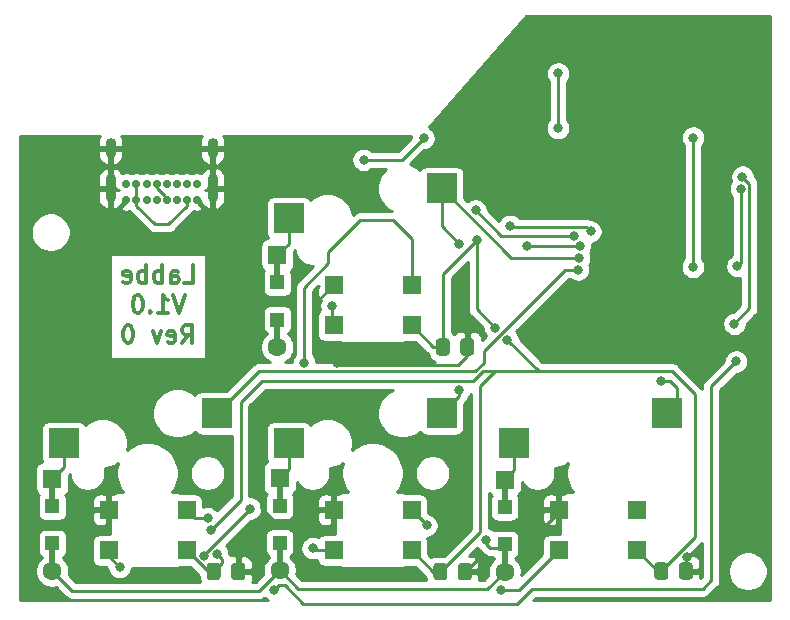
<source format=gbr>
%TF.GenerationSoftware,KiCad,Pcbnew,(5.1.10)-1*%
%TF.CreationDate,2021-11-19T23:24:49+01:00*%
%TF.ProjectId,Labbe,4c616262-652e-46b6-9963-61645f706362,rev?*%
%TF.SameCoordinates,Original*%
%TF.FileFunction,Copper,L2,Bot*%
%TF.FilePolarity,Positive*%
%FSLAX46Y46*%
G04 Gerber Fmt 4.6, Leading zero omitted, Abs format (unit mm)*
G04 Created by KiCad (PCBNEW (5.1.10)-1) date 2021-11-19 23:24:49*
%MOMM*%
%LPD*%
G01*
G04 APERTURE LIST*
%TA.AperFunction,NonConductor*%
%ADD10C,0.300000*%
%TD*%
%TA.AperFunction,SMDPad,CuDef*%
%ADD11R,1.200000X1.200000*%
%TD*%
%TA.AperFunction,ComponentPad*%
%ADD12R,1.600000X1.600000*%
%TD*%
%TA.AperFunction,ComponentPad*%
%ADD13C,1.600000*%
%TD*%
%TA.AperFunction,SMDPad,CuDef*%
%ADD14R,0.500000X2.500000*%
%TD*%
%TA.AperFunction,ComponentPad*%
%ADD15C,0.700000*%
%TD*%
%TA.AperFunction,ComponentPad*%
%ADD16O,0.900000X2.400000*%
%TD*%
%TA.AperFunction,ComponentPad*%
%ADD17O,0.900000X1.700000*%
%TD*%
%TA.AperFunction,SMDPad,CuDef*%
%ADD18R,1.500000X1.500000*%
%TD*%
%TA.AperFunction,SMDPad,CuDef*%
%ADD19R,2.550000X2.500000*%
%TD*%
%TA.AperFunction,ViaPad*%
%ADD20C,0.800000*%
%TD*%
%TA.AperFunction,Conductor*%
%ADD21C,0.250000*%
%TD*%
%TA.AperFunction,Conductor*%
%ADD22C,0.254000*%
%TD*%
%TA.AperFunction,Conductor*%
%ADD23C,0.100000*%
%TD*%
G04 APERTURE END LIST*
D10*
X192333285Y-94369171D02*
X193047571Y-94369171D01*
X193047571Y-92869171D01*
X191190428Y-94369171D02*
X191190428Y-93583457D01*
X191261857Y-93440600D01*
X191404714Y-93369171D01*
X191690428Y-93369171D01*
X191833285Y-93440600D01*
X191190428Y-94297742D02*
X191333285Y-94369171D01*
X191690428Y-94369171D01*
X191833285Y-94297742D01*
X191904714Y-94154885D01*
X191904714Y-94012028D01*
X191833285Y-93869171D01*
X191690428Y-93797742D01*
X191333285Y-93797742D01*
X191190428Y-93726314D01*
X190476142Y-94369171D02*
X190476142Y-92869171D01*
X190476142Y-93440600D02*
X190333285Y-93369171D01*
X190047571Y-93369171D01*
X189904714Y-93440600D01*
X189833285Y-93512028D01*
X189761857Y-93654885D01*
X189761857Y-94083457D01*
X189833285Y-94226314D01*
X189904714Y-94297742D01*
X190047571Y-94369171D01*
X190333285Y-94369171D01*
X190476142Y-94297742D01*
X189119000Y-94369171D02*
X189119000Y-92869171D01*
X189119000Y-93440600D02*
X188976142Y-93369171D01*
X188690428Y-93369171D01*
X188547571Y-93440600D01*
X188476142Y-93512028D01*
X188404714Y-93654885D01*
X188404714Y-94083457D01*
X188476142Y-94226314D01*
X188547571Y-94297742D01*
X188690428Y-94369171D01*
X188976142Y-94369171D01*
X189119000Y-94297742D01*
X187190428Y-94297742D02*
X187333285Y-94369171D01*
X187619000Y-94369171D01*
X187761857Y-94297742D01*
X187833285Y-94154885D01*
X187833285Y-93583457D01*
X187761857Y-93440600D01*
X187619000Y-93369171D01*
X187333285Y-93369171D01*
X187190428Y-93440600D01*
X187119000Y-93583457D01*
X187119000Y-93726314D01*
X187833285Y-93869171D01*
X192404714Y-95419171D02*
X191904714Y-96919171D01*
X191404714Y-95419171D01*
X190119000Y-96919171D02*
X190976142Y-96919171D01*
X190547571Y-96919171D02*
X190547571Y-95419171D01*
X190690428Y-95633457D01*
X190833285Y-95776314D01*
X190976142Y-95847742D01*
X189476142Y-96776314D02*
X189404714Y-96847742D01*
X189476142Y-96919171D01*
X189547571Y-96847742D01*
X189476142Y-96776314D01*
X189476142Y-96919171D01*
X188476142Y-95419171D02*
X188333285Y-95419171D01*
X188190428Y-95490600D01*
X188119000Y-95562028D01*
X188047571Y-95704885D01*
X187976142Y-95990600D01*
X187976142Y-96347742D01*
X188047571Y-96633457D01*
X188119000Y-96776314D01*
X188190428Y-96847742D01*
X188333285Y-96919171D01*
X188476142Y-96919171D01*
X188619000Y-96847742D01*
X188690428Y-96776314D01*
X188761857Y-96633457D01*
X188833285Y-96347742D01*
X188833285Y-95990600D01*
X188761857Y-95704885D01*
X188690428Y-95562028D01*
X188619000Y-95490600D01*
X188476142Y-95419171D01*
X192154714Y-99469171D02*
X192654714Y-98754885D01*
X193011857Y-99469171D02*
X193011857Y-97969171D01*
X192440428Y-97969171D01*
X192297571Y-98040600D01*
X192226142Y-98112028D01*
X192154714Y-98254885D01*
X192154714Y-98469171D01*
X192226142Y-98612028D01*
X192297571Y-98683457D01*
X192440428Y-98754885D01*
X193011857Y-98754885D01*
X190940428Y-99397742D02*
X191083285Y-99469171D01*
X191369000Y-99469171D01*
X191511857Y-99397742D01*
X191583285Y-99254885D01*
X191583285Y-98683457D01*
X191511857Y-98540600D01*
X191369000Y-98469171D01*
X191083285Y-98469171D01*
X190940428Y-98540600D01*
X190869000Y-98683457D01*
X190869000Y-98826314D01*
X191583285Y-98969171D01*
X190369000Y-98469171D02*
X190011857Y-99469171D01*
X189654714Y-98469171D01*
X187654714Y-97969171D02*
X187511857Y-97969171D01*
X187369000Y-98040600D01*
X187297571Y-98112028D01*
X187226142Y-98254885D01*
X187154714Y-98540600D01*
X187154714Y-98897742D01*
X187226142Y-99183457D01*
X187297571Y-99326314D01*
X187369000Y-99397742D01*
X187511857Y-99469171D01*
X187654714Y-99469171D01*
X187797571Y-99397742D01*
X187869000Y-99326314D01*
X187940428Y-99183457D01*
X188011857Y-98897742D01*
X188011857Y-98540600D01*
X187940428Y-98254885D01*
X187869000Y-98112028D01*
X187797571Y-98040600D01*
X187654714Y-97969171D01*
%TO.P,C4,2*%
%TO.N,GND*%
%TA.AperFunction,SMDPad,CuDef*%
G36*
G01*
X196318200Y-119283500D02*
X196318200Y-118333500D01*
G75*
G02*
X196568200Y-118083500I250000J0D01*
G01*
X197243200Y-118083500D01*
G75*
G02*
X197493200Y-118333500I0J-250000D01*
G01*
X197493200Y-119283500D01*
G75*
G02*
X197243200Y-119533500I-250000J0D01*
G01*
X196568200Y-119533500D01*
G75*
G02*
X196318200Y-119283500I0J250000D01*
G01*
G37*
%TD.AperFunction*%
%TO.P,C4,1*%
%TO.N,VCC*%
%TA.AperFunction,SMDPad,CuDef*%
G36*
G01*
X194243200Y-119283500D02*
X194243200Y-118333500D01*
G75*
G02*
X194493200Y-118083500I250000J0D01*
G01*
X195168200Y-118083500D01*
G75*
G02*
X195418200Y-118333500I0J-250000D01*
G01*
X195418200Y-119283500D01*
G75*
G02*
X195168200Y-119533500I-250000J0D01*
G01*
X194493200Y-119533500D01*
G75*
G02*
X194243200Y-119283500I0J250000D01*
G01*
G37*
%TD.AperFunction*%
%TD*%
%TO.P,C5,2*%
%TO.N,GND*%
%TA.AperFunction,SMDPad,CuDef*%
G36*
G01*
X215515700Y-119296200D02*
X215515700Y-118346200D01*
G75*
G02*
X215765700Y-118096200I250000J0D01*
G01*
X216440700Y-118096200D01*
G75*
G02*
X216690700Y-118346200I0J-250000D01*
G01*
X216690700Y-119296200D01*
G75*
G02*
X216440700Y-119546200I-250000J0D01*
G01*
X215765700Y-119546200D01*
G75*
G02*
X215515700Y-119296200I0J250000D01*
G01*
G37*
%TD.AperFunction*%
%TO.P,C5,1*%
%TO.N,VCC*%
%TA.AperFunction,SMDPad,CuDef*%
G36*
G01*
X213440700Y-119296200D02*
X213440700Y-118346200D01*
G75*
G02*
X213690700Y-118096200I250000J0D01*
G01*
X214365700Y-118096200D01*
G75*
G02*
X214615700Y-118346200I0J-250000D01*
G01*
X214615700Y-119296200D01*
G75*
G02*
X214365700Y-119546200I-250000J0D01*
G01*
X213690700Y-119546200D01*
G75*
G02*
X213440700Y-119296200I0J250000D01*
G01*
G37*
%TD.AperFunction*%
%TD*%
%TO.P,C6,1*%
%TO.N,VCC*%
%TA.AperFunction,SMDPad,CuDef*%
G36*
G01*
X213640000Y-100271600D02*
X213640000Y-99321600D01*
G75*
G02*
X213890000Y-99071600I250000J0D01*
G01*
X214565000Y-99071600D01*
G75*
G02*
X214815000Y-99321600I0J-250000D01*
G01*
X214815000Y-100271600D01*
G75*
G02*
X214565000Y-100521600I-250000J0D01*
G01*
X213890000Y-100521600D01*
G75*
G02*
X213640000Y-100271600I0J250000D01*
G01*
G37*
%TD.AperFunction*%
%TO.P,C6,2*%
%TO.N,GND*%
%TA.AperFunction,SMDPad,CuDef*%
G36*
G01*
X215715000Y-100271600D02*
X215715000Y-99321600D01*
G75*
G02*
X215965000Y-99071600I250000J0D01*
G01*
X216640000Y-99071600D01*
G75*
G02*
X216890000Y-99321600I0J-250000D01*
G01*
X216890000Y-100271600D01*
G75*
G02*
X216640000Y-100521600I-250000J0D01*
G01*
X215965000Y-100521600D01*
G75*
G02*
X215715000Y-100271600I0J250000D01*
G01*
G37*
%TD.AperFunction*%
%TD*%
%TO.P,C7,2*%
%TO.N,GND*%
%TA.AperFunction,SMDPad,CuDef*%
G36*
G01*
X234227700Y-119245400D02*
X234227700Y-118295400D01*
G75*
G02*
X234477700Y-118045400I250000J0D01*
G01*
X235152700Y-118045400D01*
G75*
G02*
X235402700Y-118295400I0J-250000D01*
G01*
X235402700Y-119245400D01*
G75*
G02*
X235152700Y-119495400I-250000J0D01*
G01*
X234477700Y-119495400D01*
G75*
G02*
X234227700Y-119245400I0J250000D01*
G01*
G37*
%TD.AperFunction*%
%TO.P,C7,1*%
%TO.N,VCC*%
%TA.AperFunction,SMDPad,CuDef*%
G36*
G01*
X232152700Y-119245400D02*
X232152700Y-118295400D01*
G75*
G02*
X232402700Y-118045400I250000J0D01*
G01*
X233077700Y-118045400D01*
G75*
G02*
X233327700Y-118295400I0J-250000D01*
G01*
X233327700Y-119245400D01*
G75*
G02*
X233077700Y-119495400I-250000J0D01*
G01*
X232402700Y-119495400D01*
G75*
G02*
X232152700Y-119245400I0J250000D01*
G01*
G37*
%TD.AperFunction*%
%TD*%
D11*
%TO.P,D1,2*%
%TO.N,/Row1*%
X181165500Y-116434900D03*
%TO.P,D1,1*%
%TO.N,Net-(D1-Pad1)*%
X181165500Y-113284900D03*
D12*
X181165500Y-110959900D03*
D13*
%TO.P,D1,2*%
%TO.N,/Row1*%
X181165500Y-118759900D03*
D14*
%TO.P,D1,1*%
%TO.N,Net-(D1-Pad1)*%
X181165500Y-112159900D03*
%TO.P,D1,2*%
%TO.N,/Row1*%
X181165500Y-117559900D03*
%TD*%
%TO.P,D2,2*%
%TO.N,/Row0*%
X200228200Y-98610400D03*
%TO.P,D2,1*%
%TO.N,Net-(D2-Pad1)*%
X200228200Y-93210400D03*
D13*
%TO.P,D2,2*%
%TO.N,/Row0*%
X200228200Y-99810400D03*
D12*
%TO.P,D2,1*%
%TO.N,Net-(D2-Pad1)*%
X200228200Y-92010400D03*
D11*
X200228200Y-94335400D03*
%TO.P,D2,2*%
%TO.N,/Row0*%
X200228200Y-97485400D03*
%TD*%
%TO.P,D3,2*%
%TO.N,/Row1*%
X200418700Y-116383200D03*
%TO.P,D3,1*%
%TO.N,Net-(D3-Pad1)*%
X200418700Y-113233200D03*
D12*
X200418700Y-110908200D03*
D13*
%TO.P,D3,2*%
%TO.N,/Row1*%
X200418700Y-118708200D03*
D14*
%TO.P,D3,1*%
%TO.N,Net-(D3-Pad1)*%
X200418700Y-112108200D03*
%TO.P,D3,2*%
%TO.N,/Row1*%
X200418700Y-117508200D03*
%TD*%
%TO.P,D4,2*%
%TO.N,/Row1*%
X219468700Y-117622300D03*
%TO.P,D4,1*%
%TO.N,Net-(D4-Pad1)*%
X219468700Y-112222300D03*
D13*
%TO.P,D4,2*%
%TO.N,/Row1*%
X219468700Y-118822300D03*
D12*
%TO.P,D4,1*%
%TO.N,Net-(D4-Pad1)*%
X219468700Y-111022300D03*
D11*
X219468700Y-113347300D03*
%TO.P,D4,2*%
%TO.N,/Row1*%
X219468700Y-116497300D03*
%TD*%
D15*
%TO.P,J1,A1*%
%TO.N,GND*%
X193395600Y-87350600D03*
%TO.P,J1,A4*%
%TO.N,VCC*%
X192545600Y-87350600D03*
%TO.P,J1,A5*%
%TO.N,Net-(J1-PadA5)*%
X191695600Y-87350600D03*
%TO.P,J1,A6*%
%TO.N,Net-(J1-PadA6)*%
X190845600Y-87350600D03*
%TO.P,J1,A7*%
%TO.N,Net-(J1-PadA7)*%
X189995600Y-87350600D03*
%TO.P,J1,A8*%
%TO.N,Net-(J1-PadA8)*%
X189145600Y-87350600D03*
%TO.P,J1,A9*%
%TO.N,VCC*%
X188295600Y-87350600D03*
%TO.P,J1,A12*%
%TO.N,GND*%
X187445600Y-87350600D03*
%TO.P,J1,B9*%
%TO.N,VCC*%
X192545600Y-86000600D03*
%TO.P,J1,B7*%
%TO.N,Net-(J1-PadA7)*%
X190845600Y-86000600D03*
%TO.P,J1,B8*%
%TO.N,Net-(J1-PadB8)*%
X191695600Y-86000600D03*
%TO.P,J1,B12*%
%TO.N,GND*%
X193395600Y-86000600D03*
%TO.P,J1,B5*%
%TO.N,Net-(J1-PadB5)*%
X189145600Y-86000600D03*
%TO.P,J1,B4*%
%TO.N,VCC*%
X188295600Y-86000600D03*
%TO.P,J1,B1*%
%TO.N,GND*%
X187445600Y-86000600D03*
%TO.P,J1,B6*%
%TO.N,Net-(J1-PadA6)*%
X189995600Y-86000600D03*
D16*
%TO.P,J1,S1*%
%TO.N,GND*%
X194745600Y-86370600D03*
X186095600Y-86370600D03*
D17*
X194745600Y-82990600D03*
X186095600Y-82990600D03*
%TD*%
D18*
%TO.P,U1,3*%
%TO.N,GND*%
X185928000Y-113592000D03*
%TO.P,U1,5*%
%TO.N,Net-(U1-Pad5)*%
X192532000Y-113592000D03*
%TO.P,U1,4*%
%TO.N,Net-(U1-Pad4)*%
X185928000Y-117021000D03*
%TO.P,U1,6*%
%TO.N,VCC*%
X192532000Y-117021000D03*
D19*
%TO.P,U1,2*%
%TO.N,/Col0*%
X195072000Y-105410000D03*
%TO.P,U1,1*%
%TO.N,Net-(D1-Pad1)*%
X182145000Y-107950000D03*
%TD*%
D18*
%TO.P,U2,3*%
%TO.N,GND*%
X204978000Y-94542000D03*
%TO.P,U2,5*%
%TO.N,Net-(U1-Pad4)*%
X211582000Y-94542000D03*
%TO.P,U2,4*%
%TO.N,Net-(R6-Pad1)*%
X204978000Y-97971000D03*
%TO.P,U2,6*%
%TO.N,VCC*%
X211582000Y-97971000D03*
D19*
%TO.P,U2,2*%
%TO.N,/Col1*%
X214122000Y-86360000D03*
%TO.P,U2,1*%
%TO.N,Net-(D2-Pad1)*%
X201195000Y-88900000D03*
%TD*%
%TO.P,U3,1*%
%TO.N,Net-(D3-Pad1)*%
X201195000Y-107950000D03*
%TO.P,U3,2*%
%TO.N,/Col1*%
X214122000Y-105410000D03*
D18*
%TO.P,U3,6*%
%TO.N,VCC*%
X211582000Y-117021000D03*
%TO.P,U3,4*%
%TO.N,Net-(U1-Pad5)*%
X204978000Y-117021000D03*
%TO.P,U3,5*%
%TO.N,Net-(U3-Pad5)*%
X211582000Y-113592000D03*
%TO.P,U3,3*%
%TO.N,GND*%
X204978000Y-113592000D03*
%TD*%
D19*
%TO.P,U5,1*%
%TO.N,Net-(D4-Pad1)*%
X220245000Y-107950000D03*
%TO.P,U5,2*%
%TO.N,/Col2*%
X233172000Y-105410000D03*
D18*
%TO.P,U5,6*%
%TO.N,VCC*%
X230632000Y-117021000D03*
%TO.P,U5,4*%
%TO.N,Net-(U3-Pad5)*%
X224028000Y-117021000D03*
%TO.P,U5,5*%
%TO.N,Net-(U5-Pad5)*%
X230632000Y-113592000D03*
%TO.P,U5,3*%
%TO.N,GND*%
X224028000Y-113592000D03*
%TD*%
D20*
%TO.N,GND*%
X220980000Y-116840000D03*
X217373200Y-117729000D03*
X234941953Y-117593953D03*
X219009297Y-80757097D03*
X219760800Y-83718400D03*
X238023400Y-75793600D03*
X233231228Y-79241402D03*
X203581000Y-103759000D03*
X205257400Y-101129000D03*
%TO.N,VCC*%
X217093800Y-90766900D03*
X218651247Y-98153647D03*
X219689253Y-99166253D03*
X194565893Y-115266707D03*
X195122800Y-117348000D03*
%TO.N,/Row1*%
X226745800Y-90016400D03*
X219925900Y-89547700D03*
X217906600Y-116128800D03*
%TO.N,/Row0*%
X225330313Y-90384823D03*
X217015903Y-88228597D03*
%TO.N,Net-(J1-PadA6)*%
X199923400Y-120370601D03*
X239064800Y-101015800D03*
%TO.N,/D-*%
X239458500Y-86385400D03*
X239166400Y-92951300D03*
%TO.N,/D+*%
X239598200Y-85382100D03*
X238912400Y-97840800D03*
%TO.N,Net-(R5-Pad1)*%
X235432600Y-82066400D03*
X235407200Y-93014800D03*
%TO.N,/RGB*%
X223977200Y-81280000D03*
X224002600Y-76631800D03*
%TO.N,Net-(R6-Pad1)*%
X212598000Y-82118200D03*
X207518000Y-83947000D03*
X204825600Y-96291400D03*
%TO.N,/Col0*%
X225688155Y-93249618D03*
%TO.N,Net-(U1-Pad4)*%
X202488800Y-101129000D03*
X197942200Y-113487200D03*
X194008253Y-117471947D03*
X186872147Y-118450000D03*
%TO.N,Net-(U1-Pad5)*%
X203200000Y-116840000D03*
X194310000Y-114300000D03*
%TO.N,/Col1*%
X225767900Y-92252800D03*
X215620600Y-91097100D03*
X215620600Y-103403400D03*
%TO.N,Net-(U3-Pad5)*%
X219176600Y-120370600D03*
X212852000Y-114909600D03*
%TO.N,/Col2*%
X225824148Y-91254381D03*
X221348300Y-91287600D03*
X232740200Y-102717600D03*
%TD*%
D21*
%TO.N,GND*%
X224028000Y-113792000D02*
X220980000Y-116840000D01*
X224028000Y-113592000D02*
X224028000Y-113792000D01*
X217195400Y-117729000D02*
X216103200Y-118821200D01*
X217373200Y-117729000D02*
X217195400Y-117729000D01*
X234815200Y-117720706D02*
X234941953Y-117593953D01*
X234815200Y-118770400D02*
X234815200Y-117720706D01*
X219009297Y-82966897D02*
X219760800Y-83718400D01*
X219009297Y-80757097D02*
X219009297Y-82966897D01*
X234575598Y-79241402D02*
X233231228Y-79241402D01*
X238023400Y-75793600D02*
X234575598Y-79241402D01*
X216302500Y-100521600D02*
X215528900Y-101295200D01*
X216302500Y-99796600D02*
X216302500Y-100521600D01*
X215528900Y-101295200D02*
X205257400Y-101295200D01*
X205257400Y-101295200D02*
X203352400Y-99390200D01*
X203352400Y-96167600D02*
X204978000Y-94542000D01*
X203352400Y-99390200D02*
X203352400Y-96167600D01*
X204978000Y-113592000D02*
X202638000Y-113592000D01*
X202638000Y-113592000D02*
X201498200Y-114731800D01*
X200132298Y-114731800D02*
X198856600Y-113456102D01*
X201498200Y-114731800D02*
X200132298Y-114731800D01*
X198856600Y-113456102D02*
X198856600Y-106197400D01*
X201295000Y-103759000D02*
X203581000Y-103759000D01*
X198856600Y-106197400D02*
X201295000Y-103759000D01*
%TO.N,VCC*%
X194319500Y-118808500D02*
X192532000Y-117021000D01*
X194830700Y-118808500D02*
X194319500Y-118808500D01*
X213382200Y-118821200D02*
X211582000Y-117021000D01*
X214028200Y-118821200D02*
X213382200Y-118821200D01*
X232381400Y-118770400D02*
X230632000Y-117021000D01*
X232740200Y-118770400D02*
X232381400Y-118770400D01*
X213407600Y-99796600D02*
X211582000Y-97971000D01*
X214227500Y-99796600D02*
X213407600Y-99796600D01*
X214227500Y-93633200D02*
X217093800Y-90766900D01*
X214227500Y-99796600D02*
X214227500Y-93633200D01*
X217093800Y-96596200D02*
X218651247Y-98153647D01*
X217093800Y-90766900D02*
X217093800Y-96596200D01*
X219689253Y-99166253D02*
X222351600Y-101828600D01*
X222351600Y-101828600D02*
X233603800Y-101828600D01*
X233603800Y-101828600D02*
X235585000Y-103809800D01*
X235585000Y-115925600D02*
X232740200Y-118770400D01*
X235585000Y-103809800D02*
X235585000Y-115925600D01*
X216753411Y-102678399D02*
X198921201Y-102678399D01*
X217603210Y-101828600D02*
X216753411Y-102678399D01*
X198921201Y-102678399D02*
X197104000Y-104495600D01*
X197104000Y-112728600D02*
X194565893Y-115266707D01*
X197104000Y-104495600D02*
X197104000Y-112728600D01*
X195122800Y-117348000D02*
X195554600Y-117779800D01*
X195554600Y-118084600D02*
X194830700Y-118808500D01*
X195554600Y-117779800D02*
X195554600Y-118084600D01*
X214028200Y-118821200D02*
X217347800Y-115501600D01*
X217347800Y-115501600D02*
X217347800Y-103098600D01*
X217347800Y-103098600D02*
X218617800Y-101828600D01*
X218617800Y-101828600D02*
X217603210Y-101828600D01*
X222351600Y-101828600D02*
X218617800Y-101828600D01*
X188295600Y-86000600D02*
X188295600Y-87350600D01*
X188295600Y-87845574D02*
X189858026Y-89408000D01*
X188295600Y-87350600D02*
X188295600Y-87845574D01*
X192545600Y-87845574D02*
X192545600Y-87350600D01*
X190983174Y-89408000D02*
X192545600Y-87845574D01*
X189858026Y-89408000D02*
X190983174Y-89408000D01*
%TO.N,/Row1*%
X219468700Y-118822300D02*
X217996600Y-120294400D01*
X202004900Y-120294400D02*
X200418700Y-118708200D01*
X217996600Y-120294400D02*
X202004900Y-120294400D01*
X200418700Y-118708200D02*
X198692800Y-120434100D01*
X182839700Y-120434100D02*
X181165500Y-118759900D01*
X198692800Y-120434100D02*
X182839700Y-120434100D01*
X226389222Y-89659822D02*
X220004278Y-89659822D01*
X226745800Y-90016400D02*
X226389222Y-89659822D01*
X219925900Y-89581444D02*
X219925900Y-89547700D01*
X220004278Y-89659822D02*
X219925900Y-89581444D01*
X217906600Y-116128800D02*
X217906600Y-116509800D01*
X217906600Y-116509800D02*
X218211400Y-116814600D01*
X219151400Y-116814600D02*
X219468700Y-116497300D01*
X218211400Y-116814600D02*
X219151400Y-116814600D01*
%TO.N,Net-(D1-Pad1)*%
X182145000Y-109980400D02*
X181165500Y-110959900D01*
X182145000Y-107950000D02*
X182145000Y-109980400D01*
%TO.N,/Row0*%
X219172129Y-90384823D02*
X217015903Y-88228597D01*
X225330313Y-90384823D02*
X219172129Y-90384823D01*
%TO.N,Net-(D2-Pad1)*%
X201195000Y-91043600D02*
X200228200Y-92010400D01*
X201195000Y-88900000D02*
X201195000Y-91043600D01*
%TO.N,Net-(D3-Pad1)*%
X201195000Y-110131900D02*
X200418700Y-110908200D01*
X201195000Y-107950000D02*
X201195000Y-110131900D01*
%TO.N,Net-(D4-Pad1)*%
X220245000Y-110246000D02*
X219468700Y-111022300D01*
X220245000Y-107950000D02*
X220245000Y-110246000D01*
%TO.N,Net-(J1-PadA6)*%
X190670601Y-87175601D02*
X190845600Y-87350600D01*
X190670601Y-87026599D02*
X190670601Y-87175601D01*
X189995600Y-86351598D02*
X190670601Y-87026599D01*
X189995600Y-86000600D02*
X189995600Y-86351598D01*
X199923400Y-120370601D02*
X200329801Y-119964200D01*
X200329801Y-119964200D02*
X200837800Y-119964200D01*
X200837800Y-119964200D02*
X202412600Y-121539000D01*
X202412600Y-121539000D02*
X220497400Y-121539000D01*
X220497400Y-121539000D02*
X221767400Y-120269000D01*
X221767400Y-120269000D02*
X236245400Y-120269000D01*
X236245400Y-120269000D02*
X236956600Y-119557800D01*
X236956600Y-103124000D02*
X239064800Y-101015800D01*
X236956600Y-119557800D02*
X236956600Y-103124000D01*
%TO.N,/D-*%
X239458500Y-86385400D02*
X239458500Y-92659200D01*
X239458500Y-92659200D02*
X239166400Y-92951300D01*
%TO.N,/D+*%
X240183501Y-85967401D02*
X240183501Y-96531599D01*
X239598200Y-85382100D02*
X240183501Y-85967401D01*
X240183501Y-96531599D02*
X238937800Y-97777300D01*
X238937800Y-97815400D02*
X238912400Y-97840800D01*
X238937800Y-97777300D02*
X238937800Y-97815400D01*
%TO.N,Net-(R5-Pad1)*%
X235432600Y-92989400D02*
X235407200Y-93014800D01*
X235432600Y-82066400D02*
X235432600Y-92989400D01*
%TO.N,/RGB*%
X223977200Y-76657200D02*
X224002600Y-76631800D01*
X223977200Y-81280000D02*
X223977200Y-76657200D01*
%TO.N,Net-(R6-Pad1)*%
X210769200Y-83947000D02*
X207518000Y-83947000D01*
X212598000Y-82118200D02*
X210769200Y-83947000D01*
X204825600Y-97818600D02*
X204978000Y-97971000D01*
X204825600Y-96291400D02*
X204825600Y-97818600D01*
%TO.N,/Col0*%
X198628000Y-101854000D02*
X195072000Y-105410000D01*
X216941400Y-101854000D02*
X198628000Y-101854000D01*
X217678000Y-101117400D02*
X216941400Y-101854000D01*
X217678000Y-100152200D02*
X217678000Y-101117400D01*
X224580582Y-93249618D02*
X217678000Y-100152200D01*
X225688155Y-93249618D02*
X224580582Y-93249618D01*
%TO.N,Net-(U1-Pad4)*%
X211582000Y-94542000D02*
X211582000Y-90627200D01*
X211582000Y-90627200D02*
X210007200Y-89052400D01*
X207235626Y-89052400D02*
X204546200Y-91741826D01*
X210007200Y-89052400D02*
X207235626Y-89052400D01*
X204546200Y-91741826D02*
X204546200Y-92710000D01*
X202488800Y-94767400D02*
X202488800Y-101129000D01*
X204546200Y-92710000D02*
X202488800Y-94767400D01*
X194008253Y-117421147D02*
X194008253Y-117471947D01*
X197942200Y-113487200D02*
X194008253Y-117421147D01*
X185928000Y-117532486D02*
X185928000Y-117021000D01*
X186845514Y-118450000D02*
X185928000Y-117532486D01*
X186872147Y-118450000D02*
X186845514Y-118450000D01*
%TO.N,Net-(U1-Pad5)*%
X203381000Y-117021000D02*
X203200000Y-116840000D01*
X204978000Y-117021000D02*
X203381000Y-117021000D01*
X193240000Y-114300000D02*
X192532000Y-113592000D01*
X194310000Y-114300000D02*
X193240000Y-114300000D01*
%TO.N,/Col1*%
X220014800Y-92252800D02*
X214122000Y-86360000D01*
X225767900Y-92252800D02*
X220014800Y-92252800D01*
X214122000Y-89598500D02*
X215620600Y-91097100D01*
X214122000Y-86360000D02*
X214122000Y-89598500D01*
X215620600Y-103403400D02*
X215620600Y-103936800D01*
X214147400Y-105410000D02*
X214122000Y-105410000D01*
X215620600Y-103936800D02*
X214147400Y-105410000D01*
%TO.N,Net-(U3-Pad5)*%
X220678400Y-120370600D02*
X219176600Y-120370600D01*
X224028000Y-117021000D02*
X220678400Y-120370600D01*
X212852000Y-114862000D02*
X211582000Y-113592000D01*
X212852000Y-114909600D02*
X212852000Y-114862000D01*
%TO.N,/Col2*%
X225824148Y-91254381D02*
X221810381Y-91254381D01*
X221381519Y-91254381D02*
X221348300Y-91287600D01*
X221810381Y-91254381D02*
X221381519Y-91254381D01*
X232740200Y-102717600D02*
X233438700Y-102717600D01*
X233438700Y-102717600D02*
X234035600Y-103314500D01*
X234035600Y-104546400D02*
X233172000Y-105410000D01*
X234035600Y-103314500D02*
X234035600Y-104546400D01*
%TD*%
D22*
%TO.N,GND*%
X241910000Y-121260000D02*
X221851202Y-121260000D01*
X222082202Y-121029000D01*
X236208078Y-121029000D01*
X236245400Y-121032676D01*
X236282722Y-121029000D01*
X236282733Y-121029000D01*
X236394386Y-121018003D01*
X236537647Y-120974546D01*
X236669676Y-120903974D01*
X236785401Y-120809001D01*
X236809203Y-120779998D01*
X237467604Y-120121598D01*
X237496601Y-120097801D01*
X237591574Y-119982076D01*
X237662146Y-119850047D01*
X237705603Y-119706786D01*
X237716600Y-119595133D01*
X237716600Y-119595125D01*
X237720276Y-119557800D01*
X237716600Y-119520475D01*
X237716600Y-118629842D01*
X238370400Y-118629842D01*
X238370400Y-118961758D01*
X238435154Y-119287296D01*
X238562172Y-119593947D01*
X238746575Y-119869925D01*
X238981275Y-120104625D01*
X239257253Y-120289028D01*
X239563904Y-120416046D01*
X239889442Y-120480800D01*
X240221358Y-120480800D01*
X240546896Y-120416046D01*
X240853547Y-120289028D01*
X241129525Y-120104625D01*
X241364225Y-119869925D01*
X241548628Y-119593947D01*
X241675646Y-119287296D01*
X241740400Y-118961758D01*
X241740400Y-118629842D01*
X241675646Y-118304304D01*
X241548628Y-117997653D01*
X241364225Y-117721675D01*
X241129525Y-117486975D01*
X240853547Y-117302572D01*
X240546896Y-117175554D01*
X240221358Y-117110800D01*
X239889442Y-117110800D01*
X239563904Y-117175554D01*
X239257253Y-117302572D01*
X238981275Y-117486975D01*
X238746575Y-117721675D01*
X238562172Y-117997653D01*
X238435154Y-118304304D01*
X238370400Y-118629842D01*
X237716600Y-118629842D01*
X237716600Y-103438801D01*
X239104602Y-102050800D01*
X239166739Y-102050800D01*
X239366698Y-102011026D01*
X239555056Y-101933005D01*
X239724574Y-101819737D01*
X239868737Y-101675574D01*
X239982005Y-101506056D01*
X240060026Y-101317698D01*
X240099800Y-101117739D01*
X240099800Y-100913861D01*
X240060026Y-100713902D01*
X239982005Y-100525544D01*
X239868737Y-100356026D01*
X239724574Y-100211863D01*
X239555056Y-100098595D01*
X239366698Y-100020574D01*
X239166739Y-99980800D01*
X238962861Y-99980800D01*
X238762902Y-100020574D01*
X238574544Y-100098595D01*
X238405026Y-100211863D01*
X238260863Y-100356026D01*
X238147595Y-100525544D01*
X238069574Y-100713902D01*
X238029800Y-100913861D01*
X238029800Y-100975998D01*
X236445598Y-102560201D01*
X236416600Y-102583999D01*
X236392802Y-102612997D01*
X236392801Y-102612998D01*
X236321626Y-102699724D01*
X236251054Y-102831754D01*
X236233318Y-102890224D01*
X236208924Y-102970645D01*
X236207598Y-102975015D01*
X236192924Y-103124000D01*
X236196601Y-103161333D01*
X236196601Y-103357043D01*
X236148799Y-103298797D01*
X236125001Y-103269799D01*
X236096004Y-103246002D01*
X234167604Y-101317603D01*
X234143801Y-101288599D01*
X234028076Y-101193626D01*
X233896047Y-101123054D01*
X233752786Y-101079597D01*
X233641133Y-101068600D01*
X233641122Y-101068600D01*
X233603800Y-101064924D01*
X233566478Y-101068600D01*
X222666402Y-101068600D01*
X220724253Y-99126452D01*
X220724253Y-99064314D01*
X220684479Y-98864355D01*
X220606458Y-98675997D01*
X220493190Y-98506479D01*
X220445856Y-98459145D01*
X221166140Y-97738861D01*
X237877400Y-97738861D01*
X237877400Y-97942739D01*
X237917174Y-98142698D01*
X237995195Y-98331056D01*
X238108463Y-98500574D01*
X238252626Y-98644737D01*
X238422144Y-98758005D01*
X238610502Y-98836026D01*
X238810461Y-98875800D01*
X239014339Y-98875800D01*
X239214298Y-98836026D01*
X239402656Y-98758005D01*
X239572174Y-98644737D01*
X239716337Y-98500574D01*
X239829605Y-98331056D01*
X239907626Y-98142698D01*
X239947400Y-97942739D01*
X239947400Y-97842501D01*
X240694504Y-97095398D01*
X240723502Y-97071600D01*
X240818475Y-96955875D01*
X240889047Y-96823846D01*
X240932504Y-96680585D01*
X240943501Y-96568932D01*
X240943501Y-96568923D01*
X240947177Y-96531600D01*
X240943501Y-96494277D01*
X240943501Y-86004734D01*
X240947178Y-85967401D01*
X240932504Y-85818415D01*
X240889047Y-85675154D01*
X240818475Y-85543125D01*
X240747300Y-85456398D01*
X240723502Y-85427400D01*
X240694505Y-85403603D01*
X240633200Y-85342298D01*
X240633200Y-85280161D01*
X240593426Y-85080202D01*
X240515405Y-84891844D01*
X240402137Y-84722326D01*
X240257974Y-84578163D01*
X240088456Y-84464895D01*
X239900098Y-84386874D01*
X239700139Y-84347100D01*
X239496261Y-84347100D01*
X239296302Y-84386874D01*
X239107944Y-84464895D01*
X238938426Y-84578163D01*
X238794263Y-84722326D01*
X238680995Y-84891844D01*
X238602974Y-85080202D01*
X238563200Y-85280161D01*
X238563200Y-85484039D01*
X238602974Y-85683998D01*
X238633361Y-85757358D01*
X238541295Y-85895144D01*
X238463274Y-86083502D01*
X238423500Y-86283461D01*
X238423500Y-86487339D01*
X238463274Y-86687298D01*
X238541295Y-86875656D01*
X238654563Y-87045174D01*
X238698500Y-87089111D01*
X238698501Y-92024834D01*
X238676144Y-92034095D01*
X238506626Y-92147363D01*
X238362463Y-92291526D01*
X238249195Y-92461044D01*
X238171174Y-92649402D01*
X238131400Y-92849361D01*
X238131400Y-93053239D01*
X238171174Y-93253198D01*
X238249195Y-93441556D01*
X238362463Y-93611074D01*
X238506626Y-93755237D01*
X238676144Y-93868505D01*
X238864502Y-93946526D01*
X239064461Y-93986300D01*
X239268339Y-93986300D01*
X239423502Y-93955436D01*
X239423502Y-96216796D01*
X238834499Y-96805800D01*
X238810461Y-96805800D01*
X238610502Y-96845574D01*
X238422144Y-96923595D01*
X238252626Y-97036863D01*
X238108463Y-97181026D01*
X237995195Y-97350544D01*
X237917174Y-97538902D01*
X237877400Y-97738861D01*
X221166140Y-97738861D01*
X224895384Y-94009618D01*
X224984444Y-94009618D01*
X225028381Y-94053555D01*
X225197899Y-94166823D01*
X225386257Y-94244844D01*
X225586216Y-94284618D01*
X225790094Y-94284618D01*
X225990053Y-94244844D01*
X226178411Y-94166823D01*
X226347929Y-94053555D01*
X226492092Y-93909392D01*
X226605360Y-93739874D01*
X226683381Y-93551516D01*
X226723155Y-93351557D01*
X226723155Y-93147679D01*
X226683381Y-92947720D01*
X226668942Y-92912861D01*
X234372200Y-92912861D01*
X234372200Y-93116739D01*
X234411974Y-93316698D01*
X234489995Y-93505056D01*
X234603263Y-93674574D01*
X234747426Y-93818737D01*
X234916944Y-93932005D01*
X235105302Y-94010026D01*
X235305261Y-94049800D01*
X235509139Y-94049800D01*
X235709098Y-94010026D01*
X235897456Y-93932005D01*
X236066974Y-93818737D01*
X236211137Y-93674574D01*
X236324405Y-93505056D01*
X236402426Y-93316698D01*
X236442200Y-93116739D01*
X236442200Y-92912861D01*
X236402426Y-92712902D01*
X236324405Y-92524544D01*
X236211137Y-92355026D01*
X236192600Y-92336489D01*
X236192600Y-82770111D01*
X236236537Y-82726174D01*
X236349805Y-82556656D01*
X236427826Y-82368298D01*
X236467600Y-82168339D01*
X236467600Y-81964461D01*
X236427826Y-81764502D01*
X236349805Y-81576144D01*
X236236537Y-81406626D01*
X236092374Y-81262463D01*
X235922856Y-81149195D01*
X235734498Y-81071174D01*
X235534539Y-81031400D01*
X235330661Y-81031400D01*
X235130702Y-81071174D01*
X234942344Y-81149195D01*
X234772826Y-81262463D01*
X234628663Y-81406626D01*
X234515395Y-81576144D01*
X234437374Y-81764502D01*
X234397600Y-81964461D01*
X234397600Y-82168339D01*
X234437374Y-82368298D01*
X234515395Y-82556656D01*
X234628663Y-82726174D01*
X234672600Y-82770111D01*
X234672601Y-92285688D01*
X234603263Y-92355026D01*
X234489995Y-92524544D01*
X234411974Y-92712902D01*
X234372200Y-92912861D01*
X226668942Y-92912861D01*
X226631708Y-92822971D01*
X226685105Y-92743056D01*
X226763126Y-92554698D01*
X226802900Y-92354739D01*
X226802900Y-92150861D01*
X226763126Y-91950902D01*
X226702051Y-91803456D01*
X226741353Y-91744637D01*
X226819374Y-91556279D01*
X226859148Y-91356320D01*
X226859148Y-91152442D01*
X226839050Y-91051400D01*
X226847739Y-91051400D01*
X227047698Y-91011626D01*
X227236056Y-90933605D01*
X227405574Y-90820337D01*
X227549737Y-90676174D01*
X227663005Y-90506656D01*
X227741026Y-90318298D01*
X227780800Y-90118339D01*
X227780800Y-89914461D01*
X227741026Y-89714502D01*
X227663005Y-89526144D01*
X227549737Y-89356626D01*
X227405574Y-89212463D01*
X227236056Y-89099195D01*
X227047698Y-89021174D01*
X226847739Y-88981400D01*
X226732214Y-88981400D01*
X226681469Y-88954276D01*
X226538208Y-88910819D01*
X226426555Y-88899822D01*
X226426544Y-88899822D01*
X226389222Y-88896146D01*
X226351900Y-88899822D01*
X220737786Y-88899822D01*
X220729837Y-88887926D01*
X220585674Y-88743763D01*
X220416156Y-88630495D01*
X220227798Y-88552474D01*
X220027839Y-88512700D01*
X219823961Y-88512700D01*
X219624002Y-88552474D01*
X219435644Y-88630495D01*
X219266126Y-88743763D01*
X219121963Y-88887926D01*
X219008695Y-89057444D01*
X218982585Y-89120478D01*
X218050903Y-88188796D01*
X218050903Y-88126658D01*
X218011129Y-87926699D01*
X217933108Y-87738341D01*
X217819840Y-87568823D01*
X217675677Y-87424660D01*
X217506159Y-87311392D01*
X217317801Y-87233371D01*
X217117842Y-87193597D01*
X216913964Y-87193597D01*
X216714005Y-87233371D01*
X216525647Y-87311392D01*
X216356129Y-87424660D01*
X216308795Y-87471994D01*
X216035072Y-87198271D01*
X216035072Y-85110000D01*
X216022812Y-84985518D01*
X215986502Y-84865820D01*
X215927537Y-84755506D01*
X215848185Y-84658815D01*
X215751494Y-84579463D01*
X215641180Y-84520498D01*
X215521482Y-84484188D01*
X215397000Y-84471928D01*
X212847000Y-84471928D01*
X212722518Y-84484188D01*
X212602820Y-84520498D01*
X212492506Y-84579463D01*
X212395815Y-84658815D01*
X212316463Y-84755506D01*
X212288035Y-84808689D01*
X212180983Y-84701637D01*
X211831302Y-84467988D01*
X211471887Y-84319114D01*
X212637802Y-83153200D01*
X212699939Y-83153200D01*
X212899898Y-83113426D01*
X213088256Y-83035405D01*
X213257774Y-82922137D01*
X213401937Y-82777974D01*
X213515205Y-82608456D01*
X213593226Y-82420098D01*
X213633000Y-82220139D01*
X213633000Y-82016261D01*
X213593226Y-81816302D01*
X213515205Y-81627944D01*
X213401937Y-81458426D01*
X213257774Y-81314263D01*
X213088256Y-81200995D01*
X213049986Y-81185143D01*
X213056182Y-81178061D01*
X222942200Y-81178061D01*
X222942200Y-81381939D01*
X222981974Y-81581898D01*
X223059995Y-81770256D01*
X223173263Y-81939774D01*
X223317426Y-82083937D01*
X223486944Y-82197205D01*
X223675302Y-82275226D01*
X223875261Y-82315000D01*
X224079139Y-82315000D01*
X224279098Y-82275226D01*
X224467456Y-82197205D01*
X224636974Y-82083937D01*
X224781137Y-81939774D01*
X224894405Y-81770256D01*
X224972426Y-81581898D01*
X225012200Y-81381939D01*
X225012200Y-81178061D01*
X224972426Y-80978102D01*
X224894405Y-80789744D01*
X224781137Y-80620226D01*
X224737200Y-80576289D01*
X224737200Y-77360911D01*
X224806537Y-77291574D01*
X224919805Y-77122056D01*
X224997826Y-76933698D01*
X225037600Y-76733739D01*
X225037600Y-76529861D01*
X224997826Y-76329902D01*
X224919805Y-76141544D01*
X224806537Y-75972026D01*
X224662374Y-75827863D01*
X224492856Y-75714595D01*
X224304498Y-75636574D01*
X224104539Y-75596800D01*
X223900661Y-75596800D01*
X223700702Y-75636574D01*
X223512344Y-75714595D01*
X223342826Y-75827863D01*
X223198663Y-75972026D01*
X223085395Y-76141544D01*
X223007374Y-76329902D01*
X222967600Y-76529861D01*
X222967600Y-76733739D01*
X223007374Y-76933698D01*
X223085395Y-77122056D01*
X223198663Y-77291574D01*
X223217201Y-77310112D01*
X223217200Y-80576289D01*
X223173263Y-80620226D01*
X223059995Y-80789744D01*
X222981974Y-80978102D01*
X222942200Y-81178061D01*
X213056182Y-81178061D01*
X221279487Y-71780000D01*
X241910001Y-71780000D01*
X241910000Y-121260000D01*
%TA.AperFunction,Conductor*%
D23*
G36*
X241910000Y-121260000D02*
G01*
X221851202Y-121260000D01*
X222082202Y-121029000D01*
X236208078Y-121029000D01*
X236245400Y-121032676D01*
X236282722Y-121029000D01*
X236282733Y-121029000D01*
X236394386Y-121018003D01*
X236537647Y-120974546D01*
X236669676Y-120903974D01*
X236785401Y-120809001D01*
X236809203Y-120779998D01*
X237467604Y-120121598D01*
X237496601Y-120097801D01*
X237591574Y-119982076D01*
X237662146Y-119850047D01*
X237705603Y-119706786D01*
X237716600Y-119595133D01*
X237716600Y-119595125D01*
X237720276Y-119557800D01*
X237716600Y-119520475D01*
X237716600Y-118629842D01*
X238370400Y-118629842D01*
X238370400Y-118961758D01*
X238435154Y-119287296D01*
X238562172Y-119593947D01*
X238746575Y-119869925D01*
X238981275Y-120104625D01*
X239257253Y-120289028D01*
X239563904Y-120416046D01*
X239889442Y-120480800D01*
X240221358Y-120480800D01*
X240546896Y-120416046D01*
X240853547Y-120289028D01*
X241129525Y-120104625D01*
X241364225Y-119869925D01*
X241548628Y-119593947D01*
X241675646Y-119287296D01*
X241740400Y-118961758D01*
X241740400Y-118629842D01*
X241675646Y-118304304D01*
X241548628Y-117997653D01*
X241364225Y-117721675D01*
X241129525Y-117486975D01*
X240853547Y-117302572D01*
X240546896Y-117175554D01*
X240221358Y-117110800D01*
X239889442Y-117110800D01*
X239563904Y-117175554D01*
X239257253Y-117302572D01*
X238981275Y-117486975D01*
X238746575Y-117721675D01*
X238562172Y-117997653D01*
X238435154Y-118304304D01*
X238370400Y-118629842D01*
X237716600Y-118629842D01*
X237716600Y-103438801D01*
X239104602Y-102050800D01*
X239166739Y-102050800D01*
X239366698Y-102011026D01*
X239555056Y-101933005D01*
X239724574Y-101819737D01*
X239868737Y-101675574D01*
X239982005Y-101506056D01*
X240060026Y-101317698D01*
X240099800Y-101117739D01*
X240099800Y-100913861D01*
X240060026Y-100713902D01*
X239982005Y-100525544D01*
X239868737Y-100356026D01*
X239724574Y-100211863D01*
X239555056Y-100098595D01*
X239366698Y-100020574D01*
X239166739Y-99980800D01*
X238962861Y-99980800D01*
X238762902Y-100020574D01*
X238574544Y-100098595D01*
X238405026Y-100211863D01*
X238260863Y-100356026D01*
X238147595Y-100525544D01*
X238069574Y-100713902D01*
X238029800Y-100913861D01*
X238029800Y-100975998D01*
X236445598Y-102560201D01*
X236416600Y-102583999D01*
X236392802Y-102612997D01*
X236392801Y-102612998D01*
X236321626Y-102699724D01*
X236251054Y-102831754D01*
X236233318Y-102890224D01*
X236208924Y-102970645D01*
X236207598Y-102975015D01*
X236192924Y-103124000D01*
X236196601Y-103161333D01*
X236196601Y-103357043D01*
X236148799Y-103298797D01*
X236125001Y-103269799D01*
X236096004Y-103246002D01*
X234167604Y-101317603D01*
X234143801Y-101288599D01*
X234028076Y-101193626D01*
X233896047Y-101123054D01*
X233752786Y-101079597D01*
X233641133Y-101068600D01*
X233641122Y-101068600D01*
X233603800Y-101064924D01*
X233566478Y-101068600D01*
X222666402Y-101068600D01*
X220724253Y-99126452D01*
X220724253Y-99064314D01*
X220684479Y-98864355D01*
X220606458Y-98675997D01*
X220493190Y-98506479D01*
X220445856Y-98459145D01*
X221166140Y-97738861D01*
X237877400Y-97738861D01*
X237877400Y-97942739D01*
X237917174Y-98142698D01*
X237995195Y-98331056D01*
X238108463Y-98500574D01*
X238252626Y-98644737D01*
X238422144Y-98758005D01*
X238610502Y-98836026D01*
X238810461Y-98875800D01*
X239014339Y-98875800D01*
X239214298Y-98836026D01*
X239402656Y-98758005D01*
X239572174Y-98644737D01*
X239716337Y-98500574D01*
X239829605Y-98331056D01*
X239907626Y-98142698D01*
X239947400Y-97942739D01*
X239947400Y-97842501D01*
X240694504Y-97095398D01*
X240723502Y-97071600D01*
X240818475Y-96955875D01*
X240889047Y-96823846D01*
X240932504Y-96680585D01*
X240943501Y-96568932D01*
X240943501Y-96568923D01*
X240947177Y-96531600D01*
X240943501Y-96494277D01*
X240943501Y-86004734D01*
X240947178Y-85967401D01*
X240932504Y-85818415D01*
X240889047Y-85675154D01*
X240818475Y-85543125D01*
X240747300Y-85456398D01*
X240723502Y-85427400D01*
X240694505Y-85403603D01*
X240633200Y-85342298D01*
X240633200Y-85280161D01*
X240593426Y-85080202D01*
X240515405Y-84891844D01*
X240402137Y-84722326D01*
X240257974Y-84578163D01*
X240088456Y-84464895D01*
X239900098Y-84386874D01*
X239700139Y-84347100D01*
X239496261Y-84347100D01*
X239296302Y-84386874D01*
X239107944Y-84464895D01*
X238938426Y-84578163D01*
X238794263Y-84722326D01*
X238680995Y-84891844D01*
X238602974Y-85080202D01*
X238563200Y-85280161D01*
X238563200Y-85484039D01*
X238602974Y-85683998D01*
X238633361Y-85757358D01*
X238541295Y-85895144D01*
X238463274Y-86083502D01*
X238423500Y-86283461D01*
X238423500Y-86487339D01*
X238463274Y-86687298D01*
X238541295Y-86875656D01*
X238654563Y-87045174D01*
X238698500Y-87089111D01*
X238698501Y-92024834D01*
X238676144Y-92034095D01*
X238506626Y-92147363D01*
X238362463Y-92291526D01*
X238249195Y-92461044D01*
X238171174Y-92649402D01*
X238131400Y-92849361D01*
X238131400Y-93053239D01*
X238171174Y-93253198D01*
X238249195Y-93441556D01*
X238362463Y-93611074D01*
X238506626Y-93755237D01*
X238676144Y-93868505D01*
X238864502Y-93946526D01*
X239064461Y-93986300D01*
X239268339Y-93986300D01*
X239423502Y-93955436D01*
X239423502Y-96216796D01*
X238834499Y-96805800D01*
X238810461Y-96805800D01*
X238610502Y-96845574D01*
X238422144Y-96923595D01*
X238252626Y-97036863D01*
X238108463Y-97181026D01*
X237995195Y-97350544D01*
X237917174Y-97538902D01*
X237877400Y-97738861D01*
X221166140Y-97738861D01*
X224895384Y-94009618D01*
X224984444Y-94009618D01*
X225028381Y-94053555D01*
X225197899Y-94166823D01*
X225386257Y-94244844D01*
X225586216Y-94284618D01*
X225790094Y-94284618D01*
X225990053Y-94244844D01*
X226178411Y-94166823D01*
X226347929Y-94053555D01*
X226492092Y-93909392D01*
X226605360Y-93739874D01*
X226683381Y-93551516D01*
X226723155Y-93351557D01*
X226723155Y-93147679D01*
X226683381Y-92947720D01*
X226668942Y-92912861D01*
X234372200Y-92912861D01*
X234372200Y-93116739D01*
X234411974Y-93316698D01*
X234489995Y-93505056D01*
X234603263Y-93674574D01*
X234747426Y-93818737D01*
X234916944Y-93932005D01*
X235105302Y-94010026D01*
X235305261Y-94049800D01*
X235509139Y-94049800D01*
X235709098Y-94010026D01*
X235897456Y-93932005D01*
X236066974Y-93818737D01*
X236211137Y-93674574D01*
X236324405Y-93505056D01*
X236402426Y-93316698D01*
X236442200Y-93116739D01*
X236442200Y-92912861D01*
X236402426Y-92712902D01*
X236324405Y-92524544D01*
X236211137Y-92355026D01*
X236192600Y-92336489D01*
X236192600Y-82770111D01*
X236236537Y-82726174D01*
X236349805Y-82556656D01*
X236427826Y-82368298D01*
X236467600Y-82168339D01*
X236467600Y-81964461D01*
X236427826Y-81764502D01*
X236349805Y-81576144D01*
X236236537Y-81406626D01*
X236092374Y-81262463D01*
X235922856Y-81149195D01*
X235734498Y-81071174D01*
X235534539Y-81031400D01*
X235330661Y-81031400D01*
X235130702Y-81071174D01*
X234942344Y-81149195D01*
X234772826Y-81262463D01*
X234628663Y-81406626D01*
X234515395Y-81576144D01*
X234437374Y-81764502D01*
X234397600Y-81964461D01*
X234397600Y-82168339D01*
X234437374Y-82368298D01*
X234515395Y-82556656D01*
X234628663Y-82726174D01*
X234672600Y-82770111D01*
X234672601Y-92285688D01*
X234603263Y-92355026D01*
X234489995Y-92524544D01*
X234411974Y-92712902D01*
X234372200Y-92912861D01*
X226668942Y-92912861D01*
X226631708Y-92822971D01*
X226685105Y-92743056D01*
X226763126Y-92554698D01*
X226802900Y-92354739D01*
X226802900Y-92150861D01*
X226763126Y-91950902D01*
X226702051Y-91803456D01*
X226741353Y-91744637D01*
X226819374Y-91556279D01*
X226859148Y-91356320D01*
X226859148Y-91152442D01*
X226839050Y-91051400D01*
X226847739Y-91051400D01*
X227047698Y-91011626D01*
X227236056Y-90933605D01*
X227405574Y-90820337D01*
X227549737Y-90676174D01*
X227663005Y-90506656D01*
X227741026Y-90318298D01*
X227780800Y-90118339D01*
X227780800Y-89914461D01*
X227741026Y-89714502D01*
X227663005Y-89526144D01*
X227549737Y-89356626D01*
X227405574Y-89212463D01*
X227236056Y-89099195D01*
X227047698Y-89021174D01*
X226847739Y-88981400D01*
X226732214Y-88981400D01*
X226681469Y-88954276D01*
X226538208Y-88910819D01*
X226426555Y-88899822D01*
X226426544Y-88899822D01*
X226389222Y-88896146D01*
X226351900Y-88899822D01*
X220737786Y-88899822D01*
X220729837Y-88887926D01*
X220585674Y-88743763D01*
X220416156Y-88630495D01*
X220227798Y-88552474D01*
X220027839Y-88512700D01*
X219823961Y-88512700D01*
X219624002Y-88552474D01*
X219435644Y-88630495D01*
X219266126Y-88743763D01*
X219121963Y-88887926D01*
X219008695Y-89057444D01*
X218982585Y-89120478D01*
X218050903Y-88188796D01*
X218050903Y-88126658D01*
X218011129Y-87926699D01*
X217933108Y-87738341D01*
X217819840Y-87568823D01*
X217675677Y-87424660D01*
X217506159Y-87311392D01*
X217317801Y-87233371D01*
X217117842Y-87193597D01*
X216913964Y-87193597D01*
X216714005Y-87233371D01*
X216525647Y-87311392D01*
X216356129Y-87424660D01*
X216308795Y-87471994D01*
X216035072Y-87198271D01*
X216035072Y-85110000D01*
X216022812Y-84985518D01*
X215986502Y-84865820D01*
X215927537Y-84755506D01*
X215848185Y-84658815D01*
X215751494Y-84579463D01*
X215641180Y-84520498D01*
X215521482Y-84484188D01*
X215397000Y-84471928D01*
X212847000Y-84471928D01*
X212722518Y-84484188D01*
X212602820Y-84520498D01*
X212492506Y-84579463D01*
X212395815Y-84658815D01*
X212316463Y-84755506D01*
X212288035Y-84808689D01*
X212180983Y-84701637D01*
X211831302Y-84467988D01*
X211471887Y-84319114D01*
X212637802Y-83153200D01*
X212699939Y-83153200D01*
X212899898Y-83113426D01*
X213088256Y-83035405D01*
X213257774Y-82922137D01*
X213401937Y-82777974D01*
X213515205Y-82608456D01*
X213593226Y-82420098D01*
X213633000Y-82220139D01*
X213633000Y-82016261D01*
X213593226Y-81816302D01*
X213515205Y-81627944D01*
X213401937Y-81458426D01*
X213257774Y-81314263D01*
X213088256Y-81200995D01*
X213049986Y-81185143D01*
X213056182Y-81178061D01*
X222942200Y-81178061D01*
X222942200Y-81381939D01*
X222981974Y-81581898D01*
X223059995Y-81770256D01*
X223173263Y-81939774D01*
X223317426Y-82083937D01*
X223486944Y-82197205D01*
X223675302Y-82275226D01*
X223875261Y-82315000D01*
X224079139Y-82315000D01*
X224279098Y-82275226D01*
X224467456Y-82197205D01*
X224636974Y-82083937D01*
X224781137Y-81939774D01*
X224894405Y-81770256D01*
X224972426Y-81581898D01*
X225012200Y-81381939D01*
X225012200Y-81178061D01*
X224972426Y-80978102D01*
X224894405Y-80789744D01*
X224781137Y-80620226D01*
X224737200Y-80576289D01*
X224737200Y-77360911D01*
X224806537Y-77291574D01*
X224919805Y-77122056D01*
X224997826Y-76933698D01*
X225037600Y-76733739D01*
X225037600Y-76529861D01*
X224997826Y-76329902D01*
X224919805Y-76141544D01*
X224806537Y-75972026D01*
X224662374Y-75827863D01*
X224492856Y-75714595D01*
X224304498Y-75636574D01*
X224104539Y-75596800D01*
X223900661Y-75596800D01*
X223700702Y-75636574D01*
X223512344Y-75714595D01*
X223342826Y-75827863D01*
X223198663Y-75972026D01*
X223085395Y-76141544D01*
X223007374Y-76329902D01*
X222967600Y-76529861D01*
X222967600Y-76733739D01*
X223007374Y-76933698D01*
X223085395Y-77122056D01*
X223198663Y-77291574D01*
X223217201Y-77310112D01*
X223217200Y-80576289D01*
X223173263Y-80620226D01*
X223059995Y-80789744D01*
X222981974Y-80978102D01*
X222942200Y-81178061D01*
X213056182Y-81178061D01*
X221279487Y-71780000D01*
X241910001Y-71780000D01*
X241910000Y-121260000D01*
G37*
%TD.AperFunction*%
D22*
X185141791Y-82058055D02*
X185056224Y-82254367D01*
X185010600Y-82463600D01*
X185010600Y-82863600D01*
X185968600Y-82863600D01*
X185968600Y-82843600D01*
X186222600Y-82843600D01*
X186222600Y-82863600D01*
X187180600Y-82863600D01*
X187180600Y-82463600D01*
X187134976Y-82254367D01*
X187049409Y-82058055D01*
X186967355Y-81940000D01*
X193873845Y-81940000D01*
X193791791Y-82058055D01*
X193706224Y-82254367D01*
X193660600Y-82463600D01*
X193660600Y-82863600D01*
X194618600Y-82863600D01*
X194618600Y-82843600D01*
X194872600Y-82843600D01*
X194872600Y-82863600D01*
X195830600Y-82863600D01*
X195830600Y-82463600D01*
X195784976Y-82254367D01*
X195699409Y-82058055D01*
X195617355Y-81940000D01*
X211578169Y-81940000D01*
X211563000Y-82016261D01*
X211563000Y-82078398D01*
X210454399Y-83187000D01*
X208221711Y-83187000D01*
X208177774Y-83143063D01*
X208008256Y-83029795D01*
X207819898Y-82951774D01*
X207619939Y-82912000D01*
X207416061Y-82912000D01*
X207216102Y-82951774D01*
X207027744Y-83029795D01*
X206858226Y-83143063D01*
X206714063Y-83287226D01*
X206600795Y-83456744D01*
X206522774Y-83645102D01*
X206483000Y-83845061D01*
X206483000Y-84048939D01*
X206522774Y-84248898D01*
X206600795Y-84437256D01*
X206714063Y-84606774D01*
X206858226Y-84750937D01*
X207027744Y-84864205D01*
X207216102Y-84942226D01*
X207416061Y-84982000D01*
X207619939Y-84982000D01*
X207819898Y-84942226D01*
X208008256Y-84864205D01*
X208177774Y-84750937D01*
X208221711Y-84707000D01*
X209453654Y-84707000D01*
X209161637Y-84999017D01*
X208927988Y-85348698D01*
X208767047Y-85737244D01*
X208685000Y-86149721D01*
X208685000Y-86570279D01*
X208767047Y-86982756D01*
X208927988Y-87371302D01*
X209161637Y-87720983D01*
X209459017Y-88018363D01*
X209808698Y-88252012D01*
X209906203Y-88292400D01*
X207272951Y-88292400D01*
X207235626Y-88288724D01*
X207198301Y-88292400D01*
X207198293Y-88292400D01*
X207086640Y-88303397D01*
X206943379Y-88346854D01*
X206811350Y-88417426D01*
X206695625Y-88512399D01*
X206671827Y-88541397D01*
X206591479Y-88621745D01*
X206522953Y-88277244D01*
X206362012Y-87888698D01*
X206128363Y-87539017D01*
X205830983Y-87241637D01*
X205481302Y-87007988D01*
X205092756Y-86847047D01*
X204680279Y-86765000D01*
X204259721Y-86765000D01*
X203847244Y-86847047D01*
X203458698Y-87007988D01*
X203109017Y-87241637D01*
X203019560Y-87331094D01*
X203000537Y-87295506D01*
X202921185Y-87198815D01*
X202824494Y-87119463D01*
X202714180Y-87060498D01*
X202594482Y-87024188D01*
X202470000Y-87011928D01*
X199920000Y-87011928D01*
X199795518Y-87024188D01*
X199675820Y-87060498D01*
X199565506Y-87119463D01*
X199468815Y-87198815D01*
X199389463Y-87295506D01*
X199330498Y-87405820D01*
X199294188Y-87525518D01*
X199281928Y-87650000D01*
X199281928Y-90150000D01*
X199294188Y-90274482D01*
X199330498Y-90394180D01*
X199389463Y-90504494D01*
X199445133Y-90572328D01*
X199428200Y-90572328D01*
X199303718Y-90584588D01*
X199184020Y-90620898D01*
X199073706Y-90679863D01*
X198977015Y-90759215D01*
X198897663Y-90855906D01*
X198838698Y-90966220D01*
X198802388Y-91085918D01*
X198790128Y-91210400D01*
X198790128Y-92810400D01*
X198802388Y-92934882D01*
X198838698Y-93054580D01*
X198897663Y-93164894D01*
X198977015Y-93261585D01*
X199073706Y-93340937D01*
X199113158Y-93362025D01*
X199097663Y-93380906D01*
X199038698Y-93491220D01*
X199002388Y-93610918D01*
X198990128Y-93735400D01*
X198990128Y-94935400D01*
X199002388Y-95059882D01*
X199038698Y-95179580D01*
X199097663Y-95289894D01*
X199177015Y-95386585D01*
X199273706Y-95465937D01*
X199384020Y-95524902D01*
X199503718Y-95561212D01*
X199628200Y-95573472D01*
X200828200Y-95573472D01*
X200952682Y-95561212D01*
X201072380Y-95524902D01*
X201182694Y-95465937D01*
X201279385Y-95386585D01*
X201358737Y-95289894D01*
X201417702Y-95179580D01*
X201454012Y-95059882D01*
X201466272Y-94935400D01*
X201466272Y-93735400D01*
X201454012Y-93610918D01*
X201417702Y-93491220D01*
X201358737Y-93380906D01*
X201343242Y-93362025D01*
X201382694Y-93340937D01*
X201479385Y-93261585D01*
X201558737Y-93164894D01*
X201617702Y-93054580D01*
X201654012Y-92934882D01*
X201666272Y-92810400D01*
X201666272Y-91647130D01*
X201695754Y-91617648D01*
X201748029Y-91880451D01*
X201861856Y-92155253D01*
X202027107Y-92402569D01*
X202237431Y-92612893D01*
X202484747Y-92778144D01*
X202759549Y-92891971D01*
X203051278Y-92950000D01*
X203231398Y-92950000D01*
X201977803Y-94203596D01*
X201948799Y-94227399D01*
X201901841Y-94284618D01*
X201853826Y-94343124D01*
X201831335Y-94385202D01*
X201783254Y-94475154D01*
X201739797Y-94618415D01*
X201728800Y-94730068D01*
X201728800Y-94730078D01*
X201725124Y-94767400D01*
X201728800Y-94804723D01*
X201728801Y-100425288D01*
X201684863Y-100469226D01*
X201571595Y-100638744D01*
X201493574Y-100827102D01*
X201453800Y-101027061D01*
X201453800Y-101094000D01*
X200879150Y-101094000D01*
X200907927Y-101082080D01*
X201142959Y-100925037D01*
X201342837Y-100725159D01*
X201499880Y-100490127D01*
X201608053Y-100228974D01*
X201663200Y-99951735D01*
X201663200Y-99669065D01*
X201608053Y-99391826D01*
X201499880Y-99130673D01*
X201342837Y-98895641D01*
X201142959Y-98695763D01*
X201116272Y-98677931D01*
X201116272Y-98651441D01*
X201182694Y-98615937D01*
X201279385Y-98536585D01*
X201358737Y-98439894D01*
X201417702Y-98329580D01*
X201454012Y-98209882D01*
X201466272Y-98085400D01*
X201466272Y-96885400D01*
X201454012Y-96760918D01*
X201417702Y-96641220D01*
X201358737Y-96530906D01*
X201279385Y-96434215D01*
X201182694Y-96354863D01*
X201072380Y-96295898D01*
X200952682Y-96259588D01*
X200828200Y-96247328D01*
X199628200Y-96247328D01*
X199503718Y-96259588D01*
X199384020Y-96295898D01*
X199273706Y-96354863D01*
X199177015Y-96434215D01*
X199097663Y-96530906D01*
X199038698Y-96641220D01*
X199002388Y-96760918D01*
X198990128Y-96885400D01*
X198990128Y-98085400D01*
X199002388Y-98209882D01*
X199038698Y-98329580D01*
X199097663Y-98439894D01*
X199177015Y-98536585D01*
X199273706Y-98615937D01*
X199340128Y-98651441D01*
X199340128Y-98677931D01*
X199313441Y-98695763D01*
X199113563Y-98895641D01*
X198956520Y-99130673D01*
X198848347Y-99391826D01*
X198793200Y-99669065D01*
X198793200Y-99951735D01*
X198848347Y-100228974D01*
X198956520Y-100490127D01*
X199113563Y-100725159D01*
X199313441Y-100925037D01*
X199548473Y-101082080D01*
X199577250Y-101094000D01*
X198665322Y-101094000D01*
X198627999Y-101090324D01*
X198590676Y-101094000D01*
X198590667Y-101094000D01*
X198479014Y-101104997D01*
X198335753Y-101148454D01*
X198203724Y-101219026D01*
X198203722Y-101219027D01*
X198203723Y-101219027D01*
X198116996Y-101290201D01*
X198116992Y-101290205D01*
X198087999Y-101313999D01*
X198064205Y-101342992D01*
X195885270Y-103521928D01*
X193797000Y-103521928D01*
X193672518Y-103534188D01*
X193552820Y-103570498D01*
X193442506Y-103629463D01*
X193345815Y-103708815D01*
X193266463Y-103805506D01*
X193238035Y-103858689D01*
X193130983Y-103751637D01*
X192781302Y-103517988D01*
X192392756Y-103357047D01*
X191980279Y-103275000D01*
X191559721Y-103275000D01*
X191147244Y-103357047D01*
X190758698Y-103517988D01*
X190409017Y-103751637D01*
X190111637Y-104049017D01*
X189877988Y-104398698D01*
X189717047Y-104787244D01*
X189635000Y-105199721D01*
X189635000Y-105620279D01*
X189717047Y-106032756D01*
X189877988Y-106421302D01*
X190111637Y-106770983D01*
X190409017Y-107068363D01*
X190758698Y-107302012D01*
X191147244Y-107462953D01*
X191559721Y-107545000D01*
X191980279Y-107545000D01*
X192392756Y-107462953D01*
X192781302Y-107302012D01*
X193130983Y-107068363D01*
X193238035Y-106961311D01*
X193266463Y-107014494D01*
X193345815Y-107111185D01*
X193442506Y-107190537D01*
X193552820Y-107249502D01*
X193672518Y-107285812D01*
X193797000Y-107298072D01*
X196344000Y-107298072D01*
X196344001Y-112413797D01*
X195115393Y-113642405D01*
X195113937Y-113640226D01*
X194969774Y-113496063D01*
X194800256Y-113382795D01*
X194611898Y-113304774D01*
X194411939Y-113265000D01*
X194208061Y-113265000D01*
X194008102Y-113304774D01*
X193920072Y-113341237D01*
X193920072Y-112842000D01*
X193907812Y-112717518D01*
X193871502Y-112597820D01*
X193812537Y-112487506D01*
X193733185Y-112390815D01*
X193636494Y-112311463D01*
X193526180Y-112252498D01*
X193406482Y-112216188D01*
X193282000Y-112203928D01*
X192107877Y-112203928D01*
X191997252Y-112144798D01*
X191866244Y-112105057D01*
X191764135Y-112095000D01*
X191764134Y-112095000D01*
X191730000Y-112091638D01*
X191695865Y-112095000D01*
X191319324Y-112095000D01*
X191559701Y-111735251D01*
X191757873Y-111256822D01*
X191858900Y-110748924D01*
X191858900Y-110341278D01*
X192800000Y-110341278D01*
X192800000Y-110638722D01*
X192858029Y-110930451D01*
X192971856Y-111205253D01*
X193137107Y-111452569D01*
X193347431Y-111662893D01*
X193594747Y-111828144D01*
X193869549Y-111941971D01*
X194161278Y-112000000D01*
X194458722Y-112000000D01*
X194750451Y-111941971D01*
X195025253Y-111828144D01*
X195272569Y-111662893D01*
X195482893Y-111452569D01*
X195648144Y-111205253D01*
X195761971Y-110930451D01*
X195820000Y-110638722D01*
X195820000Y-110341278D01*
X195761971Y-110049549D01*
X195648144Y-109774747D01*
X195482893Y-109527431D01*
X195272569Y-109317107D01*
X195025253Y-109151856D01*
X194750451Y-109038029D01*
X194458722Y-108980000D01*
X194161278Y-108980000D01*
X193869549Y-109038029D01*
X193594747Y-109151856D01*
X193347431Y-109317107D01*
X193137107Y-109527431D01*
X192971856Y-109774747D01*
X192858029Y-110049549D01*
X192800000Y-110341278D01*
X191858900Y-110341278D01*
X191858900Y-110231076D01*
X191757873Y-109723178D01*
X191559701Y-109244749D01*
X191272000Y-108814174D01*
X190905826Y-108448000D01*
X190475251Y-108160299D01*
X189996822Y-107962127D01*
X189488924Y-107861100D01*
X188971076Y-107861100D01*
X188463178Y-107962127D01*
X187984749Y-108160299D01*
X187554174Y-108448000D01*
X187483763Y-108518411D01*
X187555000Y-108160279D01*
X187555000Y-107739721D01*
X187472953Y-107327244D01*
X187312012Y-106938698D01*
X187078363Y-106589017D01*
X186780983Y-106291637D01*
X186431302Y-106057988D01*
X186042756Y-105897047D01*
X185630279Y-105815000D01*
X185209721Y-105815000D01*
X184797244Y-105897047D01*
X184408698Y-106057988D01*
X184059017Y-106291637D01*
X183969560Y-106381094D01*
X183950537Y-106345506D01*
X183871185Y-106248815D01*
X183774494Y-106169463D01*
X183664180Y-106110498D01*
X183544482Y-106074188D01*
X183420000Y-106061928D01*
X180870000Y-106061928D01*
X180745518Y-106074188D01*
X180625820Y-106110498D01*
X180515506Y-106169463D01*
X180418815Y-106248815D01*
X180339463Y-106345506D01*
X180280498Y-106455820D01*
X180244188Y-106575518D01*
X180231928Y-106700000D01*
X180231928Y-109200000D01*
X180244188Y-109324482D01*
X180280498Y-109444180D01*
X180324178Y-109525898D01*
X180241018Y-109534088D01*
X180121320Y-109570398D01*
X180011006Y-109629363D01*
X179914315Y-109708715D01*
X179834963Y-109805406D01*
X179775998Y-109915720D01*
X179739688Y-110035418D01*
X179727428Y-110159900D01*
X179727428Y-111759900D01*
X179739688Y-111884382D01*
X179775998Y-112004080D01*
X179834963Y-112114394D01*
X179914315Y-112211085D01*
X180011006Y-112290437D01*
X180050458Y-112311525D01*
X180034963Y-112330406D01*
X179975998Y-112440720D01*
X179939688Y-112560418D01*
X179927428Y-112684900D01*
X179927428Y-113884900D01*
X179939688Y-114009382D01*
X179975998Y-114129080D01*
X180034963Y-114239394D01*
X180114315Y-114336085D01*
X180211006Y-114415437D01*
X180321320Y-114474402D01*
X180441018Y-114510712D01*
X180565500Y-114522972D01*
X181765500Y-114522972D01*
X181889982Y-114510712D01*
X182009680Y-114474402D01*
X182119994Y-114415437D01*
X182209477Y-114342000D01*
X184539928Y-114342000D01*
X184552188Y-114466482D01*
X184588498Y-114586180D01*
X184647463Y-114696494D01*
X184726815Y-114793185D01*
X184823506Y-114872537D01*
X184933820Y-114931502D01*
X185053518Y-114967812D01*
X185178000Y-114980072D01*
X185642250Y-114977000D01*
X185801000Y-114818250D01*
X185801000Y-113719000D01*
X184701750Y-113719000D01*
X184543000Y-113877750D01*
X184539928Y-114342000D01*
X182209477Y-114342000D01*
X182216685Y-114336085D01*
X182296037Y-114239394D01*
X182355002Y-114129080D01*
X182391312Y-114009382D01*
X182403572Y-113884900D01*
X182403572Y-112842000D01*
X184539928Y-112842000D01*
X184543000Y-113306250D01*
X184701750Y-113465000D01*
X185801000Y-113465000D01*
X185801000Y-112365750D01*
X185642250Y-112207000D01*
X185178000Y-112203928D01*
X185053518Y-112216188D01*
X184933820Y-112252498D01*
X184823506Y-112311463D01*
X184726815Y-112390815D01*
X184647463Y-112487506D01*
X184588498Y-112597820D01*
X184552188Y-112717518D01*
X184539928Y-112842000D01*
X182403572Y-112842000D01*
X182403572Y-112684900D01*
X182391312Y-112560418D01*
X182355002Y-112440720D01*
X182296037Y-112330406D01*
X182280542Y-112311525D01*
X182319994Y-112290437D01*
X182416685Y-112211085D01*
X182496037Y-112114394D01*
X182555002Y-112004080D01*
X182591312Y-111884382D01*
X182603572Y-111759900D01*
X182603572Y-110596630D01*
X182640000Y-110560202D01*
X182640000Y-110638722D01*
X182698029Y-110930451D01*
X182811856Y-111205253D01*
X182977107Y-111452569D01*
X183187431Y-111662893D01*
X183434747Y-111828144D01*
X183709549Y-111941971D01*
X184001278Y-112000000D01*
X184298722Y-112000000D01*
X184590451Y-111941971D01*
X184865253Y-111828144D01*
X185112569Y-111662893D01*
X185322893Y-111452569D01*
X185488144Y-111205253D01*
X185601971Y-110930451D01*
X185660000Y-110638722D01*
X185660000Y-110341278D01*
X185609023Y-110085000D01*
X185630279Y-110085000D01*
X186042756Y-110002953D01*
X186431302Y-109842012D01*
X186737708Y-109637279D01*
X186702127Y-109723178D01*
X186601100Y-110231076D01*
X186601100Y-110748924D01*
X186702127Y-111256822D01*
X186900299Y-111735251D01*
X187140676Y-112095000D01*
X186764135Y-112095000D01*
X186730000Y-112091638D01*
X186695866Y-112095000D01*
X186695865Y-112095000D01*
X186593756Y-112105057D01*
X186462748Y-112144798D01*
X186348038Y-112206111D01*
X186213750Y-112207000D01*
X186055000Y-112365750D01*
X186055000Y-112620978D01*
X186045057Y-112653756D01*
X186031638Y-112790000D01*
X186035001Y-112824145D01*
X186035000Y-115632928D01*
X185178000Y-115632928D01*
X185053518Y-115645188D01*
X184933820Y-115681498D01*
X184823506Y-115740463D01*
X184726815Y-115819815D01*
X184647463Y-115916506D01*
X184588498Y-116026820D01*
X184552188Y-116146518D01*
X184539928Y-116271000D01*
X184539928Y-117771000D01*
X184552188Y-117895482D01*
X184588498Y-118015180D01*
X184647463Y-118125494D01*
X184726815Y-118222185D01*
X184823506Y-118301537D01*
X184933820Y-118360502D01*
X185053518Y-118396812D01*
X185178000Y-118409072D01*
X185729785Y-118409072D01*
X185837147Y-118516434D01*
X185837147Y-118551939D01*
X185876921Y-118751898D01*
X185954942Y-118940256D01*
X186068210Y-119109774D01*
X186212373Y-119253937D01*
X186381891Y-119367205D01*
X186570249Y-119445226D01*
X186770208Y-119485000D01*
X186974086Y-119485000D01*
X187174045Y-119445226D01*
X187362403Y-119367205D01*
X187531921Y-119253937D01*
X187676084Y-119109774D01*
X187789352Y-118940256D01*
X187867373Y-118751898D01*
X187907147Y-118551939D01*
X187907147Y-118485000D01*
X191695866Y-118485000D01*
X191730000Y-118488362D01*
X191767689Y-118484650D01*
X191866244Y-118474943D01*
X191997252Y-118435202D01*
X192046138Y-118409072D01*
X192845271Y-118409072D01*
X193605128Y-119168930D01*
X193605128Y-119283500D01*
X193622192Y-119456754D01*
X193672728Y-119623350D01*
X193699855Y-119674100D01*
X183154502Y-119674100D01*
X182564188Y-119083786D01*
X182600500Y-118901235D01*
X182600500Y-118618565D01*
X182545353Y-118341326D01*
X182437180Y-118080173D01*
X182280137Y-117845141D01*
X182080259Y-117645263D01*
X182053572Y-117627431D01*
X182053572Y-117600941D01*
X182119994Y-117565437D01*
X182216685Y-117486085D01*
X182296037Y-117389394D01*
X182355002Y-117279080D01*
X182391312Y-117159382D01*
X182403572Y-117034900D01*
X182403572Y-115834900D01*
X182391312Y-115710418D01*
X182355002Y-115590720D01*
X182296037Y-115480406D01*
X182216685Y-115383715D01*
X182119994Y-115304363D01*
X182009680Y-115245398D01*
X181889982Y-115209088D01*
X181765500Y-115196828D01*
X180565500Y-115196828D01*
X180441018Y-115209088D01*
X180321320Y-115245398D01*
X180211006Y-115304363D01*
X180114315Y-115383715D01*
X180034963Y-115480406D01*
X179975998Y-115590720D01*
X179939688Y-115710418D01*
X179927428Y-115834900D01*
X179927428Y-117034900D01*
X179939688Y-117159382D01*
X179975998Y-117279080D01*
X180034963Y-117389394D01*
X180114315Y-117486085D01*
X180211006Y-117565437D01*
X180277428Y-117600941D01*
X180277428Y-117627431D01*
X180250741Y-117645263D01*
X180050863Y-117845141D01*
X179893820Y-118080173D01*
X179785647Y-118341326D01*
X179730500Y-118618565D01*
X179730500Y-118901235D01*
X179785647Y-119178474D01*
X179893820Y-119439627D01*
X180050863Y-119674659D01*
X180250741Y-119874537D01*
X180485773Y-120031580D01*
X180746926Y-120139753D01*
X181024165Y-120194900D01*
X181306835Y-120194900D01*
X181489386Y-120158588D01*
X182275901Y-120945103D01*
X182299699Y-120974101D01*
X182415424Y-121069074D01*
X182547453Y-121139646D01*
X182690714Y-121183103D01*
X182802367Y-121194100D01*
X182802376Y-121194100D01*
X182839699Y-121197776D01*
X182877022Y-121194100D01*
X198655478Y-121194100D01*
X198692800Y-121197776D01*
X198730122Y-121194100D01*
X198730133Y-121194100D01*
X198841786Y-121183103D01*
X198985047Y-121139646D01*
X199117076Y-121069074D01*
X199139642Y-121050554D01*
X199263626Y-121174538D01*
X199391529Y-121260000D01*
X178460000Y-121260000D01*
X178460000Y-91900600D01*
X186048286Y-91900600D01*
X186048286Y-100820600D01*
X194189715Y-100820600D01*
X194189715Y-91900600D01*
X186048286Y-91900600D01*
X178460000Y-91900600D01*
X178460000Y-89927842D01*
X179340800Y-89927842D01*
X179340800Y-90259758D01*
X179405554Y-90585296D01*
X179532572Y-90891947D01*
X179716975Y-91167925D01*
X179951675Y-91402625D01*
X180227653Y-91587028D01*
X180534304Y-91714046D01*
X180859842Y-91778800D01*
X181191758Y-91778800D01*
X181517296Y-91714046D01*
X181823947Y-91587028D01*
X182099925Y-91402625D01*
X182334625Y-91167925D01*
X182519028Y-90891947D01*
X182646046Y-90585296D01*
X182710800Y-90259758D01*
X182710800Y-89927842D01*
X182646046Y-89602304D01*
X182519028Y-89295653D01*
X182334625Y-89019675D01*
X182099925Y-88784975D01*
X181823947Y-88600572D01*
X181517296Y-88473554D01*
X181191758Y-88408800D01*
X180859842Y-88408800D01*
X180534304Y-88473554D01*
X180227653Y-88600572D01*
X179951675Y-88784975D01*
X179716975Y-89019675D01*
X179532572Y-89295653D01*
X179405554Y-89602304D01*
X179340800Y-89927842D01*
X178460000Y-89927842D01*
X178460000Y-86497600D01*
X185010600Y-86497600D01*
X185010600Y-87247600D01*
X185056224Y-87456833D01*
X185141791Y-87653145D01*
X185264013Y-87828991D01*
X185418192Y-87977614D01*
X185598403Y-88093302D01*
X185801599Y-88165008D01*
X185968600Y-88038102D01*
X185968600Y-86497600D01*
X185010600Y-86497600D01*
X178460000Y-86497600D01*
X178460000Y-85493600D01*
X185010600Y-85493600D01*
X185010600Y-86243600D01*
X185968600Y-86243600D01*
X185968600Y-84703098D01*
X186222600Y-84703098D01*
X186222600Y-86243600D01*
X186489137Y-86243600D01*
X186495968Y-86279589D01*
X186568643Y-86459493D01*
X186576833Y-86474816D01*
X186775080Y-86491512D01*
X186768992Y-86497600D01*
X186222600Y-86497600D01*
X186222600Y-88038102D01*
X186389601Y-88165008D01*
X186592797Y-88093302D01*
X186773008Y-87977614D01*
X186927187Y-87828991D01*
X187049409Y-87653145D01*
X187115825Y-87500770D01*
X187265995Y-87350600D01*
X187251853Y-87336458D01*
X187310600Y-87277710D01*
X187310600Y-87447614D01*
X187346701Y-87629104D01*
X186954688Y-88021117D01*
X186971384Y-88219367D01*
X187149984Y-88295189D01*
X187339944Y-88334710D01*
X187533964Y-88336413D01*
X187690820Y-88306641D01*
X187755600Y-88385575D01*
X187784598Y-88409373D01*
X189294227Y-89919003D01*
X189318025Y-89948001D01*
X189347023Y-89971799D01*
X189433749Y-90042974D01*
X189553768Y-90107126D01*
X189565779Y-90113546D01*
X189709040Y-90157003D01*
X189820693Y-90168000D01*
X189820702Y-90168000D01*
X189858025Y-90171676D01*
X189895348Y-90168000D01*
X190945852Y-90168000D01*
X190983174Y-90171676D01*
X191020496Y-90168000D01*
X191020507Y-90168000D01*
X191132160Y-90157003D01*
X191275421Y-90113546D01*
X191407450Y-90042974D01*
X191523175Y-89948001D01*
X191546978Y-89918997D01*
X193056604Y-88409372D01*
X193085601Y-88385575D01*
X193111932Y-88353491D01*
X193151059Y-88305815D01*
X193289944Y-88334710D01*
X193483964Y-88336413D01*
X193674589Y-88300232D01*
X193854493Y-88227557D01*
X193869816Y-88219367D01*
X193886512Y-88021117D01*
X193494499Y-87629104D01*
X193530600Y-87447614D01*
X193530600Y-87277710D01*
X193589348Y-87336458D01*
X193575205Y-87350600D01*
X193725375Y-87500770D01*
X193791791Y-87653145D01*
X193914013Y-87828991D01*
X194068192Y-87977614D01*
X194248403Y-88093302D01*
X194451599Y-88165008D01*
X194618600Y-88038102D01*
X194618600Y-86497600D01*
X194872600Y-86497600D01*
X194872600Y-88038102D01*
X195039601Y-88165008D01*
X195242797Y-88093302D01*
X195423008Y-87977614D01*
X195577187Y-87828991D01*
X195699409Y-87653145D01*
X195784976Y-87456833D01*
X195830600Y-87247600D01*
X195830600Y-86497600D01*
X194872600Y-86497600D01*
X194618600Y-86497600D01*
X194072208Y-86497600D01*
X194066120Y-86491512D01*
X194264367Y-86474816D01*
X194340189Y-86296216D01*
X194351136Y-86243600D01*
X194618600Y-86243600D01*
X194618600Y-84703098D01*
X194872600Y-84703098D01*
X194872600Y-86243600D01*
X195830600Y-86243600D01*
X195830600Y-85493600D01*
X195784976Y-85284367D01*
X195699409Y-85088055D01*
X195577187Y-84912209D01*
X195423008Y-84763586D01*
X195242797Y-84647898D01*
X195039601Y-84576192D01*
X194872600Y-84703098D01*
X194618600Y-84703098D01*
X194451599Y-84576192D01*
X194248403Y-84647898D01*
X194068192Y-84763586D01*
X193914013Y-84912209D01*
X193791791Y-85088055D01*
X193787872Y-85097045D01*
X193691216Y-85056011D01*
X193501256Y-85016490D01*
X193307236Y-85014787D01*
X193116611Y-85050968D01*
X192969949Y-85110215D01*
X192832914Y-85053453D01*
X192642614Y-85015600D01*
X192448586Y-85015600D01*
X192258286Y-85053453D01*
X192120600Y-85110484D01*
X191982914Y-85053453D01*
X191792614Y-85015600D01*
X191598586Y-85015600D01*
X191408286Y-85053453D01*
X191270600Y-85110484D01*
X191132914Y-85053453D01*
X190942614Y-85015600D01*
X190748586Y-85015600D01*
X190558286Y-85053453D01*
X190420600Y-85110484D01*
X190282914Y-85053453D01*
X190092614Y-85015600D01*
X189898586Y-85015600D01*
X189708286Y-85053453D01*
X189570600Y-85110484D01*
X189432914Y-85053453D01*
X189242614Y-85015600D01*
X189048586Y-85015600D01*
X188858286Y-85053453D01*
X188720600Y-85110484D01*
X188582914Y-85053453D01*
X188392614Y-85015600D01*
X188198586Y-85015600D01*
X188008286Y-85053453D01*
X187870058Y-85110709D01*
X187741216Y-85056011D01*
X187551256Y-85016490D01*
X187357236Y-85014787D01*
X187166611Y-85050968D01*
X187053211Y-85096778D01*
X187049409Y-85088055D01*
X186927187Y-84912209D01*
X186773008Y-84763586D01*
X186592797Y-84647898D01*
X186389601Y-84576192D01*
X186222600Y-84703098D01*
X185968600Y-84703098D01*
X185801599Y-84576192D01*
X185598403Y-84647898D01*
X185418192Y-84763586D01*
X185264013Y-84912209D01*
X185141791Y-85088055D01*
X185056224Y-85284367D01*
X185010600Y-85493600D01*
X178460000Y-85493600D01*
X178460000Y-83117600D01*
X185010600Y-83117600D01*
X185010600Y-83517600D01*
X185056224Y-83726833D01*
X185141791Y-83923145D01*
X185264013Y-84098991D01*
X185418192Y-84247614D01*
X185598403Y-84363302D01*
X185801599Y-84435008D01*
X185968600Y-84308102D01*
X185968600Y-83117600D01*
X186222600Y-83117600D01*
X186222600Y-84308102D01*
X186389601Y-84435008D01*
X186592797Y-84363302D01*
X186773008Y-84247614D01*
X186927187Y-84098991D01*
X187049409Y-83923145D01*
X187134976Y-83726833D01*
X187180600Y-83517600D01*
X187180600Y-83117600D01*
X193660600Y-83117600D01*
X193660600Y-83517600D01*
X193706224Y-83726833D01*
X193791791Y-83923145D01*
X193914013Y-84098991D01*
X194068192Y-84247614D01*
X194248403Y-84363302D01*
X194451599Y-84435008D01*
X194618600Y-84308102D01*
X194618600Y-83117600D01*
X194872600Y-83117600D01*
X194872600Y-84308102D01*
X195039601Y-84435008D01*
X195242797Y-84363302D01*
X195423008Y-84247614D01*
X195577187Y-84098991D01*
X195699409Y-83923145D01*
X195784976Y-83726833D01*
X195830600Y-83517600D01*
X195830600Y-83117600D01*
X194872600Y-83117600D01*
X194618600Y-83117600D01*
X193660600Y-83117600D01*
X187180600Y-83117600D01*
X186222600Y-83117600D01*
X185968600Y-83117600D01*
X185010600Y-83117600D01*
X178460000Y-83117600D01*
X178460000Y-81940000D01*
X185223845Y-81940000D01*
X185141791Y-82058055D01*
%TA.AperFunction,Conductor*%
D23*
G36*
X185141791Y-82058055D02*
G01*
X185056224Y-82254367D01*
X185010600Y-82463600D01*
X185010600Y-82863600D01*
X185968600Y-82863600D01*
X185968600Y-82843600D01*
X186222600Y-82843600D01*
X186222600Y-82863600D01*
X187180600Y-82863600D01*
X187180600Y-82463600D01*
X187134976Y-82254367D01*
X187049409Y-82058055D01*
X186967355Y-81940000D01*
X193873845Y-81940000D01*
X193791791Y-82058055D01*
X193706224Y-82254367D01*
X193660600Y-82463600D01*
X193660600Y-82863600D01*
X194618600Y-82863600D01*
X194618600Y-82843600D01*
X194872600Y-82843600D01*
X194872600Y-82863600D01*
X195830600Y-82863600D01*
X195830600Y-82463600D01*
X195784976Y-82254367D01*
X195699409Y-82058055D01*
X195617355Y-81940000D01*
X211578169Y-81940000D01*
X211563000Y-82016261D01*
X211563000Y-82078398D01*
X210454399Y-83187000D01*
X208221711Y-83187000D01*
X208177774Y-83143063D01*
X208008256Y-83029795D01*
X207819898Y-82951774D01*
X207619939Y-82912000D01*
X207416061Y-82912000D01*
X207216102Y-82951774D01*
X207027744Y-83029795D01*
X206858226Y-83143063D01*
X206714063Y-83287226D01*
X206600795Y-83456744D01*
X206522774Y-83645102D01*
X206483000Y-83845061D01*
X206483000Y-84048939D01*
X206522774Y-84248898D01*
X206600795Y-84437256D01*
X206714063Y-84606774D01*
X206858226Y-84750937D01*
X207027744Y-84864205D01*
X207216102Y-84942226D01*
X207416061Y-84982000D01*
X207619939Y-84982000D01*
X207819898Y-84942226D01*
X208008256Y-84864205D01*
X208177774Y-84750937D01*
X208221711Y-84707000D01*
X209453654Y-84707000D01*
X209161637Y-84999017D01*
X208927988Y-85348698D01*
X208767047Y-85737244D01*
X208685000Y-86149721D01*
X208685000Y-86570279D01*
X208767047Y-86982756D01*
X208927988Y-87371302D01*
X209161637Y-87720983D01*
X209459017Y-88018363D01*
X209808698Y-88252012D01*
X209906203Y-88292400D01*
X207272951Y-88292400D01*
X207235626Y-88288724D01*
X207198301Y-88292400D01*
X207198293Y-88292400D01*
X207086640Y-88303397D01*
X206943379Y-88346854D01*
X206811350Y-88417426D01*
X206695625Y-88512399D01*
X206671827Y-88541397D01*
X206591479Y-88621745D01*
X206522953Y-88277244D01*
X206362012Y-87888698D01*
X206128363Y-87539017D01*
X205830983Y-87241637D01*
X205481302Y-87007988D01*
X205092756Y-86847047D01*
X204680279Y-86765000D01*
X204259721Y-86765000D01*
X203847244Y-86847047D01*
X203458698Y-87007988D01*
X203109017Y-87241637D01*
X203019560Y-87331094D01*
X203000537Y-87295506D01*
X202921185Y-87198815D01*
X202824494Y-87119463D01*
X202714180Y-87060498D01*
X202594482Y-87024188D01*
X202470000Y-87011928D01*
X199920000Y-87011928D01*
X199795518Y-87024188D01*
X199675820Y-87060498D01*
X199565506Y-87119463D01*
X199468815Y-87198815D01*
X199389463Y-87295506D01*
X199330498Y-87405820D01*
X199294188Y-87525518D01*
X199281928Y-87650000D01*
X199281928Y-90150000D01*
X199294188Y-90274482D01*
X199330498Y-90394180D01*
X199389463Y-90504494D01*
X199445133Y-90572328D01*
X199428200Y-90572328D01*
X199303718Y-90584588D01*
X199184020Y-90620898D01*
X199073706Y-90679863D01*
X198977015Y-90759215D01*
X198897663Y-90855906D01*
X198838698Y-90966220D01*
X198802388Y-91085918D01*
X198790128Y-91210400D01*
X198790128Y-92810400D01*
X198802388Y-92934882D01*
X198838698Y-93054580D01*
X198897663Y-93164894D01*
X198977015Y-93261585D01*
X199073706Y-93340937D01*
X199113158Y-93362025D01*
X199097663Y-93380906D01*
X199038698Y-93491220D01*
X199002388Y-93610918D01*
X198990128Y-93735400D01*
X198990128Y-94935400D01*
X199002388Y-95059882D01*
X199038698Y-95179580D01*
X199097663Y-95289894D01*
X199177015Y-95386585D01*
X199273706Y-95465937D01*
X199384020Y-95524902D01*
X199503718Y-95561212D01*
X199628200Y-95573472D01*
X200828200Y-95573472D01*
X200952682Y-95561212D01*
X201072380Y-95524902D01*
X201182694Y-95465937D01*
X201279385Y-95386585D01*
X201358737Y-95289894D01*
X201417702Y-95179580D01*
X201454012Y-95059882D01*
X201466272Y-94935400D01*
X201466272Y-93735400D01*
X201454012Y-93610918D01*
X201417702Y-93491220D01*
X201358737Y-93380906D01*
X201343242Y-93362025D01*
X201382694Y-93340937D01*
X201479385Y-93261585D01*
X201558737Y-93164894D01*
X201617702Y-93054580D01*
X201654012Y-92934882D01*
X201666272Y-92810400D01*
X201666272Y-91647130D01*
X201695754Y-91617648D01*
X201748029Y-91880451D01*
X201861856Y-92155253D01*
X202027107Y-92402569D01*
X202237431Y-92612893D01*
X202484747Y-92778144D01*
X202759549Y-92891971D01*
X203051278Y-92950000D01*
X203231398Y-92950000D01*
X201977803Y-94203596D01*
X201948799Y-94227399D01*
X201901841Y-94284618D01*
X201853826Y-94343124D01*
X201831335Y-94385202D01*
X201783254Y-94475154D01*
X201739797Y-94618415D01*
X201728800Y-94730068D01*
X201728800Y-94730078D01*
X201725124Y-94767400D01*
X201728800Y-94804723D01*
X201728801Y-100425288D01*
X201684863Y-100469226D01*
X201571595Y-100638744D01*
X201493574Y-100827102D01*
X201453800Y-101027061D01*
X201453800Y-101094000D01*
X200879150Y-101094000D01*
X200907927Y-101082080D01*
X201142959Y-100925037D01*
X201342837Y-100725159D01*
X201499880Y-100490127D01*
X201608053Y-100228974D01*
X201663200Y-99951735D01*
X201663200Y-99669065D01*
X201608053Y-99391826D01*
X201499880Y-99130673D01*
X201342837Y-98895641D01*
X201142959Y-98695763D01*
X201116272Y-98677931D01*
X201116272Y-98651441D01*
X201182694Y-98615937D01*
X201279385Y-98536585D01*
X201358737Y-98439894D01*
X201417702Y-98329580D01*
X201454012Y-98209882D01*
X201466272Y-98085400D01*
X201466272Y-96885400D01*
X201454012Y-96760918D01*
X201417702Y-96641220D01*
X201358737Y-96530906D01*
X201279385Y-96434215D01*
X201182694Y-96354863D01*
X201072380Y-96295898D01*
X200952682Y-96259588D01*
X200828200Y-96247328D01*
X199628200Y-96247328D01*
X199503718Y-96259588D01*
X199384020Y-96295898D01*
X199273706Y-96354863D01*
X199177015Y-96434215D01*
X199097663Y-96530906D01*
X199038698Y-96641220D01*
X199002388Y-96760918D01*
X198990128Y-96885400D01*
X198990128Y-98085400D01*
X199002388Y-98209882D01*
X199038698Y-98329580D01*
X199097663Y-98439894D01*
X199177015Y-98536585D01*
X199273706Y-98615937D01*
X199340128Y-98651441D01*
X199340128Y-98677931D01*
X199313441Y-98695763D01*
X199113563Y-98895641D01*
X198956520Y-99130673D01*
X198848347Y-99391826D01*
X198793200Y-99669065D01*
X198793200Y-99951735D01*
X198848347Y-100228974D01*
X198956520Y-100490127D01*
X199113563Y-100725159D01*
X199313441Y-100925037D01*
X199548473Y-101082080D01*
X199577250Y-101094000D01*
X198665322Y-101094000D01*
X198627999Y-101090324D01*
X198590676Y-101094000D01*
X198590667Y-101094000D01*
X198479014Y-101104997D01*
X198335753Y-101148454D01*
X198203724Y-101219026D01*
X198203722Y-101219027D01*
X198203723Y-101219027D01*
X198116996Y-101290201D01*
X198116992Y-101290205D01*
X198087999Y-101313999D01*
X198064205Y-101342992D01*
X195885270Y-103521928D01*
X193797000Y-103521928D01*
X193672518Y-103534188D01*
X193552820Y-103570498D01*
X193442506Y-103629463D01*
X193345815Y-103708815D01*
X193266463Y-103805506D01*
X193238035Y-103858689D01*
X193130983Y-103751637D01*
X192781302Y-103517988D01*
X192392756Y-103357047D01*
X191980279Y-103275000D01*
X191559721Y-103275000D01*
X191147244Y-103357047D01*
X190758698Y-103517988D01*
X190409017Y-103751637D01*
X190111637Y-104049017D01*
X189877988Y-104398698D01*
X189717047Y-104787244D01*
X189635000Y-105199721D01*
X189635000Y-105620279D01*
X189717047Y-106032756D01*
X189877988Y-106421302D01*
X190111637Y-106770983D01*
X190409017Y-107068363D01*
X190758698Y-107302012D01*
X191147244Y-107462953D01*
X191559721Y-107545000D01*
X191980279Y-107545000D01*
X192392756Y-107462953D01*
X192781302Y-107302012D01*
X193130983Y-107068363D01*
X193238035Y-106961311D01*
X193266463Y-107014494D01*
X193345815Y-107111185D01*
X193442506Y-107190537D01*
X193552820Y-107249502D01*
X193672518Y-107285812D01*
X193797000Y-107298072D01*
X196344000Y-107298072D01*
X196344001Y-112413797D01*
X195115393Y-113642405D01*
X195113937Y-113640226D01*
X194969774Y-113496063D01*
X194800256Y-113382795D01*
X194611898Y-113304774D01*
X194411939Y-113265000D01*
X194208061Y-113265000D01*
X194008102Y-113304774D01*
X193920072Y-113341237D01*
X193920072Y-112842000D01*
X193907812Y-112717518D01*
X193871502Y-112597820D01*
X193812537Y-112487506D01*
X193733185Y-112390815D01*
X193636494Y-112311463D01*
X193526180Y-112252498D01*
X193406482Y-112216188D01*
X193282000Y-112203928D01*
X192107877Y-112203928D01*
X191997252Y-112144798D01*
X191866244Y-112105057D01*
X191764135Y-112095000D01*
X191764134Y-112095000D01*
X191730000Y-112091638D01*
X191695865Y-112095000D01*
X191319324Y-112095000D01*
X191559701Y-111735251D01*
X191757873Y-111256822D01*
X191858900Y-110748924D01*
X191858900Y-110341278D01*
X192800000Y-110341278D01*
X192800000Y-110638722D01*
X192858029Y-110930451D01*
X192971856Y-111205253D01*
X193137107Y-111452569D01*
X193347431Y-111662893D01*
X193594747Y-111828144D01*
X193869549Y-111941971D01*
X194161278Y-112000000D01*
X194458722Y-112000000D01*
X194750451Y-111941971D01*
X195025253Y-111828144D01*
X195272569Y-111662893D01*
X195482893Y-111452569D01*
X195648144Y-111205253D01*
X195761971Y-110930451D01*
X195820000Y-110638722D01*
X195820000Y-110341278D01*
X195761971Y-110049549D01*
X195648144Y-109774747D01*
X195482893Y-109527431D01*
X195272569Y-109317107D01*
X195025253Y-109151856D01*
X194750451Y-109038029D01*
X194458722Y-108980000D01*
X194161278Y-108980000D01*
X193869549Y-109038029D01*
X193594747Y-109151856D01*
X193347431Y-109317107D01*
X193137107Y-109527431D01*
X192971856Y-109774747D01*
X192858029Y-110049549D01*
X192800000Y-110341278D01*
X191858900Y-110341278D01*
X191858900Y-110231076D01*
X191757873Y-109723178D01*
X191559701Y-109244749D01*
X191272000Y-108814174D01*
X190905826Y-108448000D01*
X190475251Y-108160299D01*
X189996822Y-107962127D01*
X189488924Y-107861100D01*
X188971076Y-107861100D01*
X188463178Y-107962127D01*
X187984749Y-108160299D01*
X187554174Y-108448000D01*
X187483763Y-108518411D01*
X187555000Y-108160279D01*
X187555000Y-107739721D01*
X187472953Y-107327244D01*
X187312012Y-106938698D01*
X187078363Y-106589017D01*
X186780983Y-106291637D01*
X186431302Y-106057988D01*
X186042756Y-105897047D01*
X185630279Y-105815000D01*
X185209721Y-105815000D01*
X184797244Y-105897047D01*
X184408698Y-106057988D01*
X184059017Y-106291637D01*
X183969560Y-106381094D01*
X183950537Y-106345506D01*
X183871185Y-106248815D01*
X183774494Y-106169463D01*
X183664180Y-106110498D01*
X183544482Y-106074188D01*
X183420000Y-106061928D01*
X180870000Y-106061928D01*
X180745518Y-106074188D01*
X180625820Y-106110498D01*
X180515506Y-106169463D01*
X180418815Y-106248815D01*
X180339463Y-106345506D01*
X180280498Y-106455820D01*
X180244188Y-106575518D01*
X180231928Y-106700000D01*
X180231928Y-109200000D01*
X180244188Y-109324482D01*
X180280498Y-109444180D01*
X180324178Y-109525898D01*
X180241018Y-109534088D01*
X180121320Y-109570398D01*
X180011006Y-109629363D01*
X179914315Y-109708715D01*
X179834963Y-109805406D01*
X179775998Y-109915720D01*
X179739688Y-110035418D01*
X179727428Y-110159900D01*
X179727428Y-111759900D01*
X179739688Y-111884382D01*
X179775998Y-112004080D01*
X179834963Y-112114394D01*
X179914315Y-112211085D01*
X180011006Y-112290437D01*
X180050458Y-112311525D01*
X180034963Y-112330406D01*
X179975998Y-112440720D01*
X179939688Y-112560418D01*
X179927428Y-112684900D01*
X179927428Y-113884900D01*
X179939688Y-114009382D01*
X179975998Y-114129080D01*
X180034963Y-114239394D01*
X180114315Y-114336085D01*
X180211006Y-114415437D01*
X180321320Y-114474402D01*
X180441018Y-114510712D01*
X180565500Y-114522972D01*
X181765500Y-114522972D01*
X181889982Y-114510712D01*
X182009680Y-114474402D01*
X182119994Y-114415437D01*
X182209477Y-114342000D01*
X184539928Y-114342000D01*
X184552188Y-114466482D01*
X184588498Y-114586180D01*
X184647463Y-114696494D01*
X184726815Y-114793185D01*
X184823506Y-114872537D01*
X184933820Y-114931502D01*
X185053518Y-114967812D01*
X185178000Y-114980072D01*
X185642250Y-114977000D01*
X185801000Y-114818250D01*
X185801000Y-113719000D01*
X184701750Y-113719000D01*
X184543000Y-113877750D01*
X184539928Y-114342000D01*
X182209477Y-114342000D01*
X182216685Y-114336085D01*
X182296037Y-114239394D01*
X182355002Y-114129080D01*
X182391312Y-114009382D01*
X182403572Y-113884900D01*
X182403572Y-112842000D01*
X184539928Y-112842000D01*
X184543000Y-113306250D01*
X184701750Y-113465000D01*
X185801000Y-113465000D01*
X185801000Y-112365750D01*
X185642250Y-112207000D01*
X185178000Y-112203928D01*
X185053518Y-112216188D01*
X184933820Y-112252498D01*
X184823506Y-112311463D01*
X184726815Y-112390815D01*
X184647463Y-112487506D01*
X184588498Y-112597820D01*
X184552188Y-112717518D01*
X184539928Y-112842000D01*
X182403572Y-112842000D01*
X182403572Y-112684900D01*
X182391312Y-112560418D01*
X182355002Y-112440720D01*
X182296037Y-112330406D01*
X182280542Y-112311525D01*
X182319994Y-112290437D01*
X182416685Y-112211085D01*
X182496037Y-112114394D01*
X182555002Y-112004080D01*
X182591312Y-111884382D01*
X182603572Y-111759900D01*
X182603572Y-110596630D01*
X182640000Y-110560202D01*
X182640000Y-110638722D01*
X182698029Y-110930451D01*
X182811856Y-111205253D01*
X182977107Y-111452569D01*
X183187431Y-111662893D01*
X183434747Y-111828144D01*
X183709549Y-111941971D01*
X184001278Y-112000000D01*
X184298722Y-112000000D01*
X184590451Y-111941971D01*
X184865253Y-111828144D01*
X185112569Y-111662893D01*
X185322893Y-111452569D01*
X185488144Y-111205253D01*
X185601971Y-110930451D01*
X185660000Y-110638722D01*
X185660000Y-110341278D01*
X185609023Y-110085000D01*
X185630279Y-110085000D01*
X186042756Y-110002953D01*
X186431302Y-109842012D01*
X186737708Y-109637279D01*
X186702127Y-109723178D01*
X186601100Y-110231076D01*
X186601100Y-110748924D01*
X186702127Y-111256822D01*
X186900299Y-111735251D01*
X187140676Y-112095000D01*
X186764135Y-112095000D01*
X186730000Y-112091638D01*
X186695866Y-112095000D01*
X186695865Y-112095000D01*
X186593756Y-112105057D01*
X186462748Y-112144798D01*
X186348038Y-112206111D01*
X186213750Y-112207000D01*
X186055000Y-112365750D01*
X186055000Y-112620978D01*
X186045057Y-112653756D01*
X186031638Y-112790000D01*
X186035001Y-112824145D01*
X186035000Y-115632928D01*
X185178000Y-115632928D01*
X185053518Y-115645188D01*
X184933820Y-115681498D01*
X184823506Y-115740463D01*
X184726815Y-115819815D01*
X184647463Y-115916506D01*
X184588498Y-116026820D01*
X184552188Y-116146518D01*
X184539928Y-116271000D01*
X184539928Y-117771000D01*
X184552188Y-117895482D01*
X184588498Y-118015180D01*
X184647463Y-118125494D01*
X184726815Y-118222185D01*
X184823506Y-118301537D01*
X184933820Y-118360502D01*
X185053518Y-118396812D01*
X185178000Y-118409072D01*
X185729785Y-118409072D01*
X185837147Y-118516434D01*
X185837147Y-118551939D01*
X185876921Y-118751898D01*
X185954942Y-118940256D01*
X186068210Y-119109774D01*
X186212373Y-119253937D01*
X186381891Y-119367205D01*
X186570249Y-119445226D01*
X186770208Y-119485000D01*
X186974086Y-119485000D01*
X187174045Y-119445226D01*
X187362403Y-119367205D01*
X187531921Y-119253937D01*
X187676084Y-119109774D01*
X187789352Y-118940256D01*
X187867373Y-118751898D01*
X187907147Y-118551939D01*
X187907147Y-118485000D01*
X191695866Y-118485000D01*
X191730000Y-118488362D01*
X191767689Y-118484650D01*
X191866244Y-118474943D01*
X191997252Y-118435202D01*
X192046138Y-118409072D01*
X192845271Y-118409072D01*
X193605128Y-119168930D01*
X193605128Y-119283500D01*
X193622192Y-119456754D01*
X193672728Y-119623350D01*
X193699855Y-119674100D01*
X183154502Y-119674100D01*
X182564188Y-119083786D01*
X182600500Y-118901235D01*
X182600500Y-118618565D01*
X182545353Y-118341326D01*
X182437180Y-118080173D01*
X182280137Y-117845141D01*
X182080259Y-117645263D01*
X182053572Y-117627431D01*
X182053572Y-117600941D01*
X182119994Y-117565437D01*
X182216685Y-117486085D01*
X182296037Y-117389394D01*
X182355002Y-117279080D01*
X182391312Y-117159382D01*
X182403572Y-117034900D01*
X182403572Y-115834900D01*
X182391312Y-115710418D01*
X182355002Y-115590720D01*
X182296037Y-115480406D01*
X182216685Y-115383715D01*
X182119994Y-115304363D01*
X182009680Y-115245398D01*
X181889982Y-115209088D01*
X181765500Y-115196828D01*
X180565500Y-115196828D01*
X180441018Y-115209088D01*
X180321320Y-115245398D01*
X180211006Y-115304363D01*
X180114315Y-115383715D01*
X180034963Y-115480406D01*
X179975998Y-115590720D01*
X179939688Y-115710418D01*
X179927428Y-115834900D01*
X179927428Y-117034900D01*
X179939688Y-117159382D01*
X179975998Y-117279080D01*
X180034963Y-117389394D01*
X180114315Y-117486085D01*
X180211006Y-117565437D01*
X180277428Y-117600941D01*
X180277428Y-117627431D01*
X180250741Y-117645263D01*
X180050863Y-117845141D01*
X179893820Y-118080173D01*
X179785647Y-118341326D01*
X179730500Y-118618565D01*
X179730500Y-118901235D01*
X179785647Y-119178474D01*
X179893820Y-119439627D01*
X180050863Y-119674659D01*
X180250741Y-119874537D01*
X180485773Y-120031580D01*
X180746926Y-120139753D01*
X181024165Y-120194900D01*
X181306835Y-120194900D01*
X181489386Y-120158588D01*
X182275901Y-120945103D01*
X182299699Y-120974101D01*
X182415424Y-121069074D01*
X182547453Y-121139646D01*
X182690714Y-121183103D01*
X182802367Y-121194100D01*
X182802376Y-121194100D01*
X182839699Y-121197776D01*
X182877022Y-121194100D01*
X198655478Y-121194100D01*
X198692800Y-121197776D01*
X198730122Y-121194100D01*
X198730133Y-121194100D01*
X198841786Y-121183103D01*
X198985047Y-121139646D01*
X199117076Y-121069074D01*
X199139642Y-121050554D01*
X199263626Y-121174538D01*
X199391529Y-121260000D01*
X178460000Y-121260000D01*
X178460000Y-91900600D01*
X186048286Y-91900600D01*
X186048286Y-100820600D01*
X194189715Y-100820600D01*
X194189715Y-91900600D01*
X186048286Y-91900600D01*
X178460000Y-91900600D01*
X178460000Y-89927842D01*
X179340800Y-89927842D01*
X179340800Y-90259758D01*
X179405554Y-90585296D01*
X179532572Y-90891947D01*
X179716975Y-91167925D01*
X179951675Y-91402625D01*
X180227653Y-91587028D01*
X180534304Y-91714046D01*
X180859842Y-91778800D01*
X181191758Y-91778800D01*
X181517296Y-91714046D01*
X181823947Y-91587028D01*
X182099925Y-91402625D01*
X182334625Y-91167925D01*
X182519028Y-90891947D01*
X182646046Y-90585296D01*
X182710800Y-90259758D01*
X182710800Y-89927842D01*
X182646046Y-89602304D01*
X182519028Y-89295653D01*
X182334625Y-89019675D01*
X182099925Y-88784975D01*
X181823947Y-88600572D01*
X181517296Y-88473554D01*
X181191758Y-88408800D01*
X180859842Y-88408800D01*
X180534304Y-88473554D01*
X180227653Y-88600572D01*
X179951675Y-88784975D01*
X179716975Y-89019675D01*
X179532572Y-89295653D01*
X179405554Y-89602304D01*
X179340800Y-89927842D01*
X178460000Y-89927842D01*
X178460000Y-86497600D01*
X185010600Y-86497600D01*
X185010600Y-87247600D01*
X185056224Y-87456833D01*
X185141791Y-87653145D01*
X185264013Y-87828991D01*
X185418192Y-87977614D01*
X185598403Y-88093302D01*
X185801599Y-88165008D01*
X185968600Y-88038102D01*
X185968600Y-86497600D01*
X185010600Y-86497600D01*
X178460000Y-86497600D01*
X178460000Y-85493600D01*
X185010600Y-85493600D01*
X185010600Y-86243600D01*
X185968600Y-86243600D01*
X185968600Y-84703098D01*
X186222600Y-84703098D01*
X186222600Y-86243600D01*
X186489137Y-86243600D01*
X186495968Y-86279589D01*
X186568643Y-86459493D01*
X186576833Y-86474816D01*
X186775080Y-86491512D01*
X186768992Y-86497600D01*
X186222600Y-86497600D01*
X186222600Y-88038102D01*
X186389601Y-88165008D01*
X186592797Y-88093302D01*
X186773008Y-87977614D01*
X186927187Y-87828991D01*
X187049409Y-87653145D01*
X187115825Y-87500770D01*
X187265995Y-87350600D01*
X187251853Y-87336458D01*
X187310600Y-87277710D01*
X187310600Y-87447614D01*
X187346701Y-87629104D01*
X186954688Y-88021117D01*
X186971384Y-88219367D01*
X187149984Y-88295189D01*
X187339944Y-88334710D01*
X187533964Y-88336413D01*
X187690820Y-88306641D01*
X187755600Y-88385575D01*
X187784598Y-88409373D01*
X189294227Y-89919003D01*
X189318025Y-89948001D01*
X189347023Y-89971799D01*
X189433749Y-90042974D01*
X189553768Y-90107126D01*
X189565779Y-90113546D01*
X189709040Y-90157003D01*
X189820693Y-90168000D01*
X189820702Y-90168000D01*
X189858025Y-90171676D01*
X189895348Y-90168000D01*
X190945852Y-90168000D01*
X190983174Y-90171676D01*
X191020496Y-90168000D01*
X191020507Y-90168000D01*
X191132160Y-90157003D01*
X191275421Y-90113546D01*
X191407450Y-90042974D01*
X191523175Y-89948001D01*
X191546978Y-89918997D01*
X193056604Y-88409372D01*
X193085601Y-88385575D01*
X193111932Y-88353491D01*
X193151059Y-88305815D01*
X193289944Y-88334710D01*
X193483964Y-88336413D01*
X193674589Y-88300232D01*
X193854493Y-88227557D01*
X193869816Y-88219367D01*
X193886512Y-88021117D01*
X193494499Y-87629104D01*
X193530600Y-87447614D01*
X193530600Y-87277710D01*
X193589348Y-87336458D01*
X193575205Y-87350600D01*
X193725375Y-87500770D01*
X193791791Y-87653145D01*
X193914013Y-87828991D01*
X194068192Y-87977614D01*
X194248403Y-88093302D01*
X194451599Y-88165008D01*
X194618600Y-88038102D01*
X194618600Y-86497600D01*
X194872600Y-86497600D01*
X194872600Y-88038102D01*
X195039601Y-88165008D01*
X195242797Y-88093302D01*
X195423008Y-87977614D01*
X195577187Y-87828991D01*
X195699409Y-87653145D01*
X195784976Y-87456833D01*
X195830600Y-87247600D01*
X195830600Y-86497600D01*
X194872600Y-86497600D01*
X194618600Y-86497600D01*
X194072208Y-86497600D01*
X194066120Y-86491512D01*
X194264367Y-86474816D01*
X194340189Y-86296216D01*
X194351136Y-86243600D01*
X194618600Y-86243600D01*
X194618600Y-84703098D01*
X194872600Y-84703098D01*
X194872600Y-86243600D01*
X195830600Y-86243600D01*
X195830600Y-85493600D01*
X195784976Y-85284367D01*
X195699409Y-85088055D01*
X195577187Y-84912209D01*
X195423008Y-84763586D01*
X195242797Y-84647898D01*
X195039601Y-84576192D01*
X194872600Y-84703098D01*
X194618600Y-84703098D01*
X194451599Y-84576192D01*
X194248403Y-84647898D01*
X194068192Y-84763586D01*
X193914013Y-84912209D01*
X193791791Y-85088055D01*
X193787872Y-85097045D01*
X193691216Y-85056011D01*
X193501256Y-85016490D01*
X193307236Y-85014787D01*
X193116611Y-85050968D01*
X192969949Y-85110215D01*
X192832914Y-85053453D01*
X192642614Y-85015600D01*
X192448586Y-85015600D01*
X192258286Y-85053453D01*
X192120600Y-85110484D01*
X191982914Y-85053453D01*
X191792614Y-85015600D01*
X191598586Y-85015600D01*
X191408286Y-85053453D01*
X191270600Y-85110484D01*
X191132914Y-85053453D01*
X190942614Y-85015600D01*
X190748586Y-85015600D01*
X190558286Y-85053453D01*
X190420600Y-85110484D01*
X190282914Y-85053453D01*
X190092614Y-85015600D01*
X189898586Y-85015600D01*
X189708286Y-85053453D01*
X189570600Y-85110484D01*
X189432914Y-85053453D01*
X189242614Y-85015600D01*
X189048586Y-85015600D01*
X188858286Y-85053453D01*
X188720600Y-85110484D01*
X188582914Y-85053453D01*
X188392614Y-85015600D01*
X188198586Y-85015600D01*
X188008286Y-85053453D01*
X187870058Y-85110709D01*
X187741216Y-85056011D01*
X187551256Y-85016490D01*
X187357236Y-85014787D01*
X187166611Y-85050968D01*
X187053211Y-85096778D01*
X187049409Y-85088055D01*
X186927187Y-84912209D01*
X186773008Y-84763586D01*
X186592797Y-84647898D01*
X186389601Y-84576192D01*
X186222600Y-84703098D01*
X185968600Y-84703098D01*
X185801599Y-84576192D01*
X185598403Y-84647898D01*
X185418192Y-84763586D01*
X185264013Y-84912209D01*
X185141791Y-85088055D01*
X185056224Y-85284367D01*
X185010600Y-85493600D01*
X178460000Y-85493600D01*
X178460000Y-83117600D01*
X185010600Y-83117600D01*
X185010600Y-83517600D01*
X185056224Y-83726833D01*
X185141791Y-83923145D01*
X185264013Y-84098991D01*
X185418192Y-84247614D01*
X185598403Y-84363302D01*
X185801599Y-84435008D01*
X185968600Y-84308102D01*
X185968600Y-83117600D01*
X186222600Y-83117600D01*
X186222600Y-84308102D01*
X186389601Y-84435008D01*
X186592797Y-84363302D01*
X186773008Y-84247614D01*
X186927187Y-84098991D01*
X187049409Y-83923145D01*
X187134976Y-83726833D01*
X187180600Y-83517600D01*
X187180600Y-83117600D01*
X193660600Y-83117600D01*
X193660600Y-83517600D01*
X193706224Y-83726833D01*
X193791791Y-83923145D01*
X193914013Y-84098991D01*
X194068192Y-84247614D01*
X194248403Y-84363302D01*
X194451599Y-84435008D01*
X194618600Y-84308102D01*
X194618600Y-83117600D01*
X194872600Y-83117600D01*
X194872600Y-84308102D01*
X195039601Y-84435008D01*
X195242797Y-84363302D01*
X195423008Y-84247614D01*
X195577187Y-84098991D01*
X195699409Y-83923145D01*
X195784976Y-83726833D01*
X195830600Y-83517600D01*
X195830600Y-83117600D01*
X194872600Y-83117600D01*
X194618600Y-83117600D01*
X193660600Y-83117600D01*
X187180600Y-83117600D01*
X186222600Y-83117600D01*
X185968600Y-83117600D01*
X185010600Y-83117600D01*
X178460000Y-83117600D01*
X178460000Y-81940000D01*
X185223845Y-81940000D01*
X185141791Y-82058055D01*
G37*
%TD.AperFunction*%
D22*
X209808698Y-103517988D02*
X209459017Y-103751637D01*
X209161637Y-104049017D01*
X208927988Y-104398698D01*
X208767047Y-104787244D01*
X208685000Y-105199721D01*
X208685000Y-105620279D01*
X208767047Y-106032756D01*
X208927988Y-106421302D01*
X209161637Y-106770983D01*
X209459017Y-107068363D01*
X209808698Y-107302012D01*
X210197244Y-107462953D01*
X210609721Y-107545000D01*
X211030279Y-107545000D01*
X211442756Y-107462953D01*
X211831302Y-107302012D01*
X212180983Y-107068363D01*
X212288035Y-106961311D01*
X212316463Y-107014494D01*
X212395815Y-107111185D01*
X212492506Y-107190537D01*
X212602820Y-107249502D01*
X212722518Y-107285812D01*
X212847000Y-107298072D01*
X215397000Y-107298072D01*
X215521482Y-107285812D01*
X215641180Y-107249502D01*
X215751494Y-107190537D01*
X215848185Y-107111185D01*
X215927537Y-107014494D01*
X215986502Y-106904180D01*
X216022812Y-106784482D01*
X216035072Y-106660000D01*
X216035072Y-104597131D01*
X216131608Y-104500595D01*
X216160601Y-104476801D01*
X216184395Y-104447808D01*
X216184399Y-104447804D01*
X216255573Y-104361077D01*
X216255574Y-104361076D01*
X216326146Y-104229047D01*
X216355529Y-104132182D01*
X216424537Y-104063174D01*
X216537805Y-103893656D01*
X216587801Y-103772956D01*
X216587800Y-115186798D01*
X214316471Y-117458128D01*
X213690700Y-117458128D01*
X213517446Y-117475192D01*
X213350850Y-117525728D01*
X213227475Y-117591673D01*
X212970072Y-117334271D01*
X212970072Y-116271000D01*
X212957812Y-116146518D01*
X212921502Y-116026820D01*
X212877554Y-115944600D01*
X212953939Y-115944600D01*
X213153898Y-115904826D01*
X213342256Y-115826805D01*
X213511774Y-115713537D01*
X213655937Y-115569374D01*
X213769205Y-115399856D01*
X213847226Y-115211498D01*
X213887000Y-115011539D01*
X213887000Y-114807661D01*
X213847226Y-114607702D01*
X213769205Y-114419344D01*
X213655937Y-114249826D01*
X213511774Y-114105663D01*
X213342256Y-113992395D01*
X213153898Y-113914374D01*
X212970072Y-113877809D01*
X212970072Y-112842000D01*
X212957812Y-112717518D01*
X212921502Y-112597820D01*
X212862537Y-112487506D01*
X212783185Y-112390815D01*
X212686494Y-112311463D01*
X212576180Y-112252498D01*
X212456482Y-112216188D01*
X212332000Y-112203928D01*
X211157877Y-112203928D01*
X211047252Y-112144798D01*
X210916244Y-112105057D01*
X210814135Y-112095000D01*
X210814134Y-112095000D01*
X210780000Y-112091638D01*
X210745865Y-112095000D01*
X210369324Y-112095000D01*
X210609701Y-111735251D01*
X210807873Y-111256822D01*
X210908900Y-110748924D01*
X210908900Y-110341278D01*
X211850000Y-110341278D01*
X211850000Y-110638722D01*
X211908029Y-110930451D01*
X212021856Y-111205253D01*
X212187107Y-111452569D01*
X212397431Y-111662893D01*
X212644747Y-111828144D01*
X212919549Y-111941971D01*
X213211278Y-112000000D01*
X213508722Y-112000000D01*
X213800451Y-111941971D01*
X214075253Y-111828144D01*
X214322569Y-111662893D01*
X214532893Y-111452569D01*
X214698144Y-111205253D01*
X214811971Y-110930451D01*
X214870000Y-110638722D01*
X214870000Y-110341278D01*
X214811971Y-110049549D01*
X214698144Y-109774747D01*
X214532893Y-109527431D01*
X214322569Y-109317107D01*
X214075253Y-109151856D01*
X213800451Y-109038029D01*
X213508722Y-108980000D01*
X213211278Y-108980000D01*
X212919549Y-109038029D01*
X212644747Y-109151856D01*
X212397431Y-109317107D01*
X212187107Y-109527431D01*
X212021856Y-109774747D01*
X211908029Y-110049549D01*
X211850000Y-110341278D01*
X210908900Y-110341278D01*
X210908900Y-110231076D01*
X210807873Y-109723178D01*
X210609701Y-109244749D01*
X210322000Y-108814174D01*
X209955826Y-108448000D01*
X209525251Y-108160299D01*
X209046822Y-107962127D01*
X208538924Y-107861100D01*
X208021076Y-107861100D01*
X207513178Y-107962127D01*
X207034749Y-108160299D01*
X206604174Y-108448000D01*
X206533763Y-108518411D01*
X206605000Y-108160279D01*
X206605000Y-107739721D01*
X206522953Y-107327244D01*
X206362012Y-106938698D01*
X206128363Y-106589017D01*
X205830983Y-106291637D01*
X205481302Y-106057988D01*
X205092756Y-105897047D01*
X204680279Y-105815000D01*
X204259721Y-105815000D01*
X203847244Y-105897047D01*
X203458698Y-106057988D01*
X203109017Y-106291637D01*
X203019560Y-106381094D01*
X203000537Y-106345506D01*
X202921185Y-106248815D01*
X202824494Y-106169463D01*
X202714180Y-106110498D01*
X202594482Y-106074188D01*
X202470000Y-106061928D01*
X199920000Y-106061928D01*
X199795518Y-106074188D01*
X199675820Y-106110498D01*
X199565506Y-106169463D01*
X199468815Y-106248815D01*
X199389463Y-106345506D01*
X199330498Y-106455820D01*
X199294188Y-106575518D01*
X199281928Y-106700000D01*
X199281928Y-109200000D01*
X199294188Y-109324482D01*
X199330498Y-109444180D01*
X199371261Y-109520440D01*
X199264206Y-109577663D01*
X199167515Y-109657015D01*
X199088163Y-109753706D01*
X199029198Y-109864020D01*
X198992888Y-109983718D01*
X198980628Y-110108200D01*
X198980628Y-111708200D01*
X198992888Y-111832682D01*
X199029198Y-111952380D01*
X199088163Y-112062694D01*
X199167515Y-112159385D01*
X199264206Y-112238737D01*
X199303658Y-112259825D01*
X199288163Y-112278706D01*
X199229198Y-112389020D01*
X199192888Y-112508718D01*
X199180628Y-112633200D01*
X199180628Y-113833200D01*
X199192888Y-113957682D01*
X199229198Y-114077380D01*
X199288163Y-114187694D01*
X199367515Y-114284385D01*
X199464206Y-114363737D01*
X199574520Y-114422702D01*
X199694218Y-114459012D01*
X199818700Y-114471272D01*
X201018700Y-114471272D01*
X201143182Y-114459012D01*
X201262880Y-114422702D01*
X201373194Y-114363737D01*
X201399680Y-114342000D01*
X203589928Y-114342000D01*
X203602188Y-114466482D01*
X203638498Y-114586180D01*
X203697463Y-114696494D01*
X203776815Y-114793185D01*
X203873506Y-114872537D01*
X203983820Y-114931502D01*
X204103518Y-114967812D01*
X204228000Y-114980072D01*
X204692250Y-114977000D01*
X204851000Y-114818250D01*
X204851000Y-113719000D01*
X203751750Y-113719000D01*
X203593000Y-113877750D01*
X203589928Y-114342000D01*
X201399680Y-114342000D01*
X201469885Y-114284385D01*
X201549237Y-114187694D01*
X201608202Y-114077380D01*
X201644512Y-113957682D01*
X201656772Y-113833200D01*
X201656772Y-112842000D01*
X203589928Y-112842000D01*
X203593000Y-113306250D01*
X203751750Y-113465000D01*
X204851000Y-113465000D01*
X204851000Y-112365750D01*
X204692250Y-112207000D01*
X204228000Y-112203928D01*
X204103518Y-112216188D01*
X203983820Y-112252498D01*
X203873506Y-112311463D01*
X203776815Y-112390815D01*
X203697463Y-112487506D01*
X203638498Y-112597820D01*
X203602188Y-112717518D01*
X203589928Y-112842000D01*
X201656772Y-112842000D01*
X201656772Y-112633200D01*
X201644512Y-112508718D01*
X201608202Y-112389020D01*
X201549237Y-112278706D01*
X201533742Y-112259825D01*
X201573194Y-112238737D01*
X201669885Y-112159385D01*
X201749237Y-112062694D01*
X201808202Y-111952380D01*
X201844512Y-111832682D01*
X201856772Y-111708200D01*
X201856772Y-111192979D01*
X201861856Y-111205253D01*
X202027107Y-111452569D01*
X202237431Y-111662893D01*
X202484747Y-111828144D01*
X202759549Y-111941971D01*
X203051278Y-112000000D01*
X203348722Y-112000000D01*
X203640451Y-111941971D01*
X203915253Y-111828144D01*
X204162569Y-111662893D01*
X204372893Y-111452569D01*
X204538144Y-111205253D01*
X204651971Y-110930451D01*
X204710000Y-110638722D01*
X204710000Y-110341278D01*
X204659023Y-110085000D01*
X204680279Y-110085000D01*
X205092756Y-110002953D01*
X205481302Y-109842012D01*
X205787708Y-109637279D01*
X205752127Y-109723178D01*
X205651100Y-110231076D01*
X205651100Y-110748924D01*
X205752127Y-111256822D01*
X205950299Y-111735251D01*
X206190676Y-112095000D01*
X205814135Y-112095000D01*
X205780000Y-112091638D01*
X205745866Y-112095000D01*
X205745865Y-112095000D01*
X205643756Y-112105057D01*
X205512748Y-112144798D01*
X205398038Y-112206111D01*
X205263750Y-112207000D01*
X205105000Y-112365750D01*
X205105000Y-112620978D01*
X205095057Y-112653756D01*
X205081638Y-112790000D01*
X205085001Y-112824145D01*
X205085000Y-115632928D01*
X204228000Y-115632928D01*
X204103518Y-115645188D01*
X203983820Y-115681498D01*
X203873506Y-115740463D01*
X203776815Y-115819815D01*
X203697463Y-115916506D01*
X203693089Y-115924688D01*
X203690256Y-115922795D01*
X203501898Y-115844774D01*
X203301939Y-115805000D01*
X203098061Y-115805000D01*
X202898102Y-115844774D01*
X202709744Y-115922795D01*
X202540226Y-116036063D01*
X202396063Y-116180226D01*
X202282795Y-116349744D01*
X202204774Y-116538102D01*
X202165000Y-116738061D01*
X202165000Y-116941939D01*
X202204774Y-117141898D01*
X202282795Y-117330256D01*
X202396063Y-117499774D01*
X202540226Y-117643937D01*
X202709744Y-117757205D01*
X202898102Y-117835226D01*
X203098061Y-117875000D01*
X203301939Y-117875000D01*
X203501898Y-117835226D01*
X203592555Y-117797674D01*
X203602188Y-117895482D01*
X203638498Y-118015180D01*
X203697463Y-118125494D01*
X203776815Y-118222185D01*
X203873506Y-118301537D01*
X203983820Y-118360502D01*
X204103518Y-118396812D01*
X204228000Y-118409072D01*
X205463862Y-118409072D01*
X205512748Y-118435202D01*
X205643756Y-118474943D01*
X205742312Y-118484650D01*
X205780000Y-118488362D01*
X205814134Y-118485000D01*
X210745866Y-118485000D01*
X210780000Y-118488362D01*
X210817689Y-118484650D01*
X210916244Y-118474943D01*
X211047252Y-118435202D01*
X211096138Y-118409072D01*
X211895271Y-118409072D01*
X212804838Y-119318640D01*
X212819692Y-119469454D01*
X212839393Y-119534400D01*
X202319702Y-119534400D01*
X201817388Y-119032086D01*
X201853700Y-118849535D01*
X201853700Y-118566865D01*
X201798553Y-118289626D01*
X201690380Y-118028473D01*
X201533337Y-117793441D01*
X201333459Y-117593563D01*
X201306772Y-117575731D01*
X201306772Y-117549241D01*
X201373194Y-117513737D01*
X201469885Y-117434385D01*
X201549237Y-117337694D01*
X201608202Y-117227380D01*
X201644512Y-117107682D01*
X201656772Y-116983200D01*
X201656772Y-115783200D01*
X201644512Y-115658718D01*
X201608202Y-115539020D01*
X201549237Y-115428706D01*
X201469885Y-115332015D01*
X201373194Y-115252663D01*
X201262880Y-115193698D01*
X201143182Y-115157388D01*
X201018700Y-115145128D01*
X199818700Y-115145128D01*
X199694218Y-115157388D01*
X199574520Y-115193698D01*
X199464206Y-115252663D01*
X199367515Y-115332015D01*
X199288163Y-115428706D01*
X199229198Y-115539020D01*
X199192888Y-115658718D01*
X199180628Y-115783200D01*
X199180628Y-116983200D01*
X199192888Y-117107682D01*
X199229198Y-117227380D01*
X199288163Y-117337694D01*
X199367515Y-117434385D01*
X199464206Y-117513737D01*
X199530628Y-117549241D01*
X199530628Y-117575731D01*
X199503941Y-117593563D01*
X199304063Y-117793441D01*
X199147020Y-118028473D01*
X199038847Y-118289626D01*
X198983700Y-118566865D01*
X198983700Y-118849535D01*
X199020012Y-119032086D01*
X198377999Y-119674100D01*
X198114123Y-119674100D01*
X198119012Y-119657982D01*
X198131272Y-119533500D01*
X198128200Y-119094250D01*
X197969450Y-118935500D01*
X197032700Y-118935500D01*
X197032700Y-118955500D01*
X196778700Y-118955500D01*
X196778700Y-118935500D01*
X196758700Y-118935500D01*
X196758700Y-118681500D01*
X196778700Y-118681500D01*
X196778700Y-117607250D01*
X197032700Y-117607250D01*
X197032700Y-118681500D01*
X197969450Y-118681500D01*
X198128200Y-118522750D01*
X198131272Y-118083500D01*
X198119012Y-117959018D01*
X198082702Y-117839320D01*
X198023737Y-117729006D01*
X197944385Y-117632315D01*
X197847694Y-117552963D01*
X197737380Y-117493998D01*
X197617682Y-117457688D01*
X197493200Y-117445428D01*
X197191450Y-117448500D01*
X197032700Y-117607250D01*
X196778700Y-117607250D01*
X196619950Y-117448500D01*
X196318200Y-117445428D01*
X196241659Y-117452966D01*
X196189574Y-117355524D01*
X196157800Y-117316807D01*
X196157800Y-117246061D01*
X196118026Y-117046102D01*
X196040005Y-116857744D01*
X195926737Y-116688226D01*
X195871356Y-116632845D01*
X197982002Y-114522200D01*
X198044139Y-114522200D01*
X198244098Y-114482426D01*
X198432456Y-114404405D01*
X198601974Y-114291137D01*
X198746137Y-114146974D01*
X198859405Y-113977456D01*
X198937426Y-113789098D01*
X198977200Y-113589139D01*
X198977200Y-113385261D01*
X198937426Y-113185302D01*
X198859405Y-112996944D01*
X198746137Y-112827426D01*
X198601974Y-112683263D01*
X198432456Y-112569995D01*
X198244098Y-112491974D01*
X198044139Y-112452200D01*
X197864000Y-112452200D01*
X197864000Y-104810401D01*
X199236003Y-103438399D01*
X210000843Y-103438399D01*
X209808698Y-103517988D01*
%TA.AperFunction,Conductor*%
D23*
G36*
X209808698Y-103517988D02*
G01*
X209459017Y-103751637D01*
X209161637Y-104049017D01*
X208927988Y-104398698D01*
X208767047Y-104787244D01*
X208685000Y-105199721D01*
X208685000Y-105620279D01*
X208767047Y-106032756D01*
X208927988Y-106421302D01*
X209161637Y-106770983D01*
X209459017Y-107068363D01*
X209808698Y-107302012D01*
X210197244Y-107462953D01*
X210609721Y-107545000D01*
X211030279Y-107545000D01*
X211442756Y-107462953D01*
X211831302Y-107302012D01*
X212180983Y-107068363D01*
X212288035Y-106961311D01*
X212316463Y-107014494D01*
X212395815Y-107111185D01*
X212492506Y-107190537D01*
X212602820Y-107249502D01*
X212722518Y-107285812D01*
X212847000Y-107298072D01*
X215397000Y-107298072D01*
X215521482Y-107285812D01*
X215641180Y-107249502D01*
X215751494Y-107190537D01*
X215848185Y-107111185D01*
X215927537Y-107014494D01*
X215986502Y-106904180D01*
X216022812Y-106784482D01*
X216035072Y-106660000D01*
X216035072Y-104597131D01*
X216131608Y-104500595D01*
X216160601Y-104476801D01*
X216184395Y-104447808D01*
X216184399Y-104447804D01*
X216255573Y-104361077D01*
X216255574Y-104361076D01*
X216326146Y-104229047D01*
X216355529Y-104132182D01*
X216424537Y-104063174D01*
X216537805Y-103893656D01*
X216587801Y-103772956D01*
X216587800Y-115186798D01*
X214316471Y-117458128D01*
X213690700Y-117458128D01*
X213517446Y-117475192D01*
X213350850Y-117525728D01*
X213227475Y-117591673D01*
X212970072Y-117334271D01*
X212970072Y-116271000D01*
X212957812Y-116146518D01*
X212921502Y-116026820D01*
X212877554Y-115944600D01*
X212953939Y-115944600D01*
X213153898Y-115904826D01*
X213342256Y-115826805D01*
X213511774Y-115713537D01*
X213655937Y-115569374D01*
X213769205Y-115399856D01*
X213847226Y-115211498D01*
X213887000Y-115011539D01*
X213887000Y-114807661D01*
X213847226Y-114607702D01*
X213769205Y-114419344D01*
X213655937Y-114249826D01*
X213511774Y-114105663D01*
X213342256Y-113992395D01*
X213153898Y-113914374D01*
X212970072Y-113877809D01*
X212970072Y-112842000D01*
X212957812Y-112717518D01*
X212921502Y-112597820D01*
X212862537Y-112487506D01*
X212783185Y-112390815D01*
X212686494Y-112311463D01*
X212576180Y-112252498D01*
X212456482Y-112216188D01*
X212332000Y-112203928D01*
X211157877Y-112203928D01*
X211047252Y-112144798D01*
X210916244Y-112105057D01*
X210814135Y-112095000D01*
X210814134Y-112095000D01*
X210780000Y-112091638D01*
X210745865Y-112095000D01*
X210369324Y-112095000D01*
X210609701Y-111735251D01*
X210807873Y-111256822D01*
X210908900Y-110748924D01*
X210908900Y-110341278D01*
X211850000Y-110341278D01*
X211850000Y-110638722D01*
X211908029Y-110930451D01*
X212021856Y-111205253D01*
X212187107Y-111452569D01*
X212397431Y-111662893D01*
X212644747Y-111828144D01*
X212919549Y-111941971D01*
X213211278Y-112000000D01*
X213508722Y-112000000D01*
X213800451Y-111941971D01*
X214075253Y-111828144D01*
X214322569Y-111662893D01*
X214532893Y-111452569D01*
X214698144Y-111205253D01*
X214811971Y-110930451D01*
X214870000Y-110638722D01*
X214870000Y-110341278D01*
X214811971Y-110049549D01*
X214698144Y-109774747D01*
X214532893Y-109527431D01*
X214322569Y-109317107D01*
X214075253Y-109151856D01*
X213800451Y-109038029D01*
X213508722Y-108980000D01*
X213211278Y-108980000D01*
X212919549Y-109038029D01*
X212644747Y-109151856D01*
X212397431Y-109317107D01*
X212187107Y-109527431D01*
X212021856Y-109774747D01*
X211908029Y-110049549D01*
X211850000Y-110341278D01*
X210908900Y-110341278D01*
X210908900Y-110231076D01*
X210807873Y-109723178D01*
X210609701Y-109244749D01*
X210322000Y-108814174D01*
X209955826Y-108448000D01*
X209525251Y-108160299D01*
X209046822Y-107962127D01*
X208538924Y-107861100D01*
X208021076Y-107861100D01*
X207513178Y-107962127D01*
X207034749Y-108160299D01*
X206604174Y-108448000D01*
X206533763Y-108518411D01*
X206605000Y-108160279D01*
X206605000Y-107739721D01*
X206522953Y-107327244D01*
X206362012Y-106938698D01*
X206128363Y-106589017D01*
X205830983Y-106291637D01*
X205481302Y-106057988D01*
X205092756Y-105897047D01*
X204680279Y-105815000D01*
X204259721Y-105815000D01*
X203847244Y-105897047D01*
X203458698Y-106057988D01*
X203109017Y-106291637D01*
X203019560Y-106381094D01*
X203000537Y-106345506D01*
X202921185Y-106248815D01*
X202824494Y-106169463D01*
X202714180Y-106110498D01*
X202594482Y-106074188D01*
X202470000Y-106061928D01*
X199920000Y-106061928D01*
X199795518Y-106074188D01*
X199675820Y-106110498D01*
X199565506Y-106169463D01*
X199468815Y-106248815D01*
X199389463Y-106345506D01*
X199330498Y-106455820D01*
X199294188Y-106575518D01*
X199281928Y-106700000D01*
X199281928Y-109200000D01*
X199294188Y-109324482D01*
X199330498Y-109444180D01*
X199371261Y-109520440D01*
X199264206Y-109577663D01*
X199167515Y-109657015D01*
X199088163Y-109753706D01*
X199029198Y-109864020D01*
X198992888Y-109983718D01*
X198980628Y-110108200D01*
X198980628Y-111708200D01*
X198992888Y-111832682D01*
X199029198Y-111952380D01*
X199088163Y-112062694D01*
X199167515Y-112159385D01*
X199264206Y-112238737D01*
X199303658Y-112259825D01*
X199288163Y-112278706D01*
X199229198Y-112389020D01*
X199192888Y-112508718D01*
X199180628Y-112633200D01*
X199180628Y-113833200D01*
X199192888Y-113957682D01*
X199229198Y-114077380D01*
X199288163Y-114187694D01*
X199367515Y-114284385D01*
X199464206Y-114363737D01*
X199574520Y-114422702D01*
X199694218Y-114459012D01*
X199818700Y-114471272D01*
X201018700Y-114471272D01*
X201143182Y-114459012D01*
X201262880Y-114422702D01*
X201373194Y-114363737D01*
X201399680Y-114342000D01*
X203589928Y-114342000D01*
X203602188Y-114466482D01*
X203638498Y-114586180D01*
X203697463Y-114696494D01*
X203776815Y-114793185D01*
X203873506Y-114872537D01*
X203983820Y-114931502D01*
X204103518Y-114967812D01*
X204228000Y-114980072D01*
X204692250Y-114977000D01*
X204851000Y-114818250D01*
X204851000Y-113719000D01*
X203751750Y-113719000D01*
X203593000Y-113877750D01*
X203589928Y-114342000D01*
X201399680Y-114342000D01*
X201469885Y-114284385D01*
X201549237Y-114187694D01*
X201608202Y-114077380D01*
X201644512Y-113957682D01*
X201656772Y-113833200D01*
X201656772Y-112842000D01*
X203589928Y-112842000D01*
X203593000Y-113306250D01*
X203751750Y-113465000D01*
X204851000Y-113465000D01*
X204851000Y-112365750D01*
X204692250Y-112207000D01*
X204228000Y-112203928D01*
X204103518Y-112216188D01*
X203983820Y-112252498D01*
X203873506Y-112311463D01*
X203776815Y-112390815D01*
X203697463Y-112487506D01*
X203638498Y-112597820D01*
X203602188Y-112717518D01*
X203589928Y-112842000D01*
X201656772Y-112842000D01*
X201656772Y-112633200D01*
X201644512Y-112508718D01*
X201608202Y-112389020D01*
X201549237Y-112278706D01*
X201533742Y-112259825D01*
X201573194Y-112238737D01*
X201669885Y-112159385D01*
X201749237Y-112062694D01*
X201808202Y-111952380D01*
X201844512Y-111832682D01*
X201856772Y-111708200D01*
X201856772Y-111192979D01*
X201861856Y-111205253D01*
X202027107Y-111452569D01*
X202237431Y-111662893D01*
X202484747Y-111828144D01*
X202759549Y-111941971D01*
X203051278Y-112000000D01*
X203348722Y-112000000D01*
X203640451Y-111941971D01*
X203915253Y-111828144D01*
X204162569Y-111662893D01*
X204372893Y-111452569D01*
X204538144Y-111205253D01*
X204651971Y-110930451D01*
X204710000Y-110638722D01*
X204710000Y-110341278D01*
X204659023Y-110085000D01*
X204680279Y-110085000D01*
X205092756Y-110002953D01*
X205481302Y-109842012D01*
X205787708Y-109637279D01*
X205752127Y-109723178D01*
X205651100Y-110231076D01*
X205651100Y-110748924D01*
X205752127Y-111256822D01*
X205950299Y-111735251D01*
X206190676Y-112095000D01*
X205814135Y-112095000D01*
X205780000Y-112091638D01*
X205745866Y-112095000D01*
X205745865Y-112095000D01*
X205643756Y-112105057D01*
X205512748Y-112144798D01*
X205398038Y-112206111D01*
X205263750Y-112207000D01*
X205105000Y-112365750D01*
X205105000Y-112620978D01*
X205095057Y-112653756D01*
X205081638Y-112790000D01*
X205085001Y-112824145D01*
X205085000Y-115632928D01*
X204228000Y-115632928D01*
X204103518Y-115645188D01*
X203983820Y-115681498D01*
X203873506Y-115740463D01*
X203776815Y-115819815D01*
X203697463Y-115916506D01*
X203693089Y-115924688D01*
X203690256Y-115922795D01*
X203501898Y-115844774D01*
X203301939Y-115805000D01*
X203098061Y-115805000D01*
X202898102Y-115844774D01*
X202709744Y-115922795D01*
X202540226Y-116036063D01*
X202396063Y-116180226D01*
X202282795Y-116349744D01*
X202204774Y-116538102D01*
X202165000Y-116738061D01*
X202165000Y-116941939D01*
X202204774Y-117141898D01*
X202282795Y-117330256D01*
X202396063Y-117499774D01*
X202540226Y-117643937D01*
X202709744Y-117757205D01*
X202898102Y-117835226D01*
X203098061Y-117875000D01*
X203301939Y-117875000D01*
X203501898Y-117835226D01*
X203592555Y-117797674D01*
X203602188Y-117895482D01*
X203638498Y-118015180D01*
X203697463Y-118125494D01*
X203776815Y-118222185D01*
X203873506Y-118301537D01*
X203983820Y-118360502D01*
X204103518Y-118396812D01*
X204228000Y-118409072D01*
X205463862Y-118409072D01*
X205512748Y-118435202D01*
X205643756Y-118474943D01*
X205742312Y-118484650D01*
X205780000Y-118488362D01*
X205814134Y-118485000D01*
X210745866Y-118485000D01*
X210780000Y-118488362D01*
X210817689Y-118484650D01*
X210916244Y-118474943D01*
X211047252Y-118435202D01*
X211096138Y-118409072D01*
X211895271Y-118409072D01*
X212804838Y-119318640D01*
X212819692Y-119469454D01*
X212839393Y-119534400D01*
X202319702Y-119534400D01*
X201817388Y-119032086D01*
X201853700Y-118849535D01*
X201853700Y-118566865D01*
X201798553Y-118289626D01*
X201690380Y-118028473D01*
X201533337Y-117793441D01*
X201333459Y-117593563D01*
X201306772Y-117575731D01*
X201306772Y-117549241D01*
X201373194Y-117513737D01*
X201469885Y-117434385D01*
X201549237Y-117337694D01*
X201608202Y-117227380D01*
X201644512Y-117107682D01*
X201656772Y-116983200D01*
X201656772Y-115783200D01*
X201644512Y-115658718D01*
X201608202Y-115539020D01*
X201549237Y-115428706D01*
X201469885Y-115332015D01*
X201373194Y-115252663D01*
X201262880Y-115193698D01*
X201143182Y-115157388D01*
X201018700Y-115145128D01*
X199818700Y-115145128D01*
X199694218Y-115157388D01*
X199574520Y-115193698D01*
X199464206Y-115252663D01*
X199367515Y-115332015D01*
X199288163Y-115428706D01*
X199229198Y-115539020D01*
X199192888Y-115658718D01*
X199180628Y-115783200D01*
X199180628Y-116983200D01*
X199192888Y-117107682D01*
X199229198Y-117227380D01*
X199288163Y-117337694D01*
X199367515Y-117434385D01*
X199464206Y-117513737D01*
X199530628Y-117549241D01*
X199530628Y-117575731D01*
X199503941Y-117593563D01*
X199304063Y-117793441D01*
X199147020Y-118028473D01*
X199038847Y-118289626D01*
X198983700Y-118566865D01*
X198983700Y-118849535D01*
X199020012Y-119032086D01*
X198377999Y-119674100D01*
X198114123Y-119674100D01*
X198119012Y-119657982D01*
X198131272Y-119533500D01*
X198128200Y-119094250D01*
X197969450Y-118935500D01*
X197032700Y-118935500D01*
X197032700Y-118955500D01*
X196778700Y-118955500D01*
X196778700Y-118935500D01*
X196758700Y-118935500D01*
X196758700Y-118681500D01*
X196778700Y-118681500D01*
X196778700Y-117607250D01*
X197032700Y-117607250D01*
X197032700Y-118681500D01*
X197969450Y-118681500D01*
X198128200Y-118522750D01*
X198131272Y-118083500D01*
X198119012Y-117959018D01*
X198082702Y-117839320D01*
X198023737Y-117729006D01*
X197944385Y-117632315D01*
X197847694Y-117552963D01*
X197737380Y-117493998D01*
X197617682Y-117457688D01*
X197493200Y-117445428D01*
X197191450Y-117448500D01*
X197032700Y-117607250D01*
X196778700Y-117607250D01*
X196619950Y-117448500D01*
X196318200Y-117445428D01*
X196241659Y-117452966D01*
X196189574Y-117355524D01*
X196157800Y-117316807D01*
X196157800Y-117246061D01*
X196118026Y-117046102D01*
X196040005Y-116857744D01*
X195926737Y-116688226D01*
X195871356Y-116632845D01*
X197982002Y-114522200D01*
X198044139Y-114522200D01*
X198244098Y-114482426D01*
X198432456Y-114404405D01*
X198601974Y-114291137D01*
X198746137Y-114146974D01*
X198859405Y-113977456D01*
X198937426Y-113789098D01*
X198977200Y-113589139D01*
X198977200Y-113385261D01*
X198937426Y-113185302D01*
X198859405Y-112996944D01*
X198746137Y-112827426D01*
X198601974Y-112683263D01*
X198432456Y-112569995D01*
X198244098Y-112491974D01*
X198044139Y-112452200D01*
X197864000Y-112452200D01*
X197864000Y-104810401D01*
X199236003Y-103438399D01*
X210000843Y-103438399D01*
X209808698Y-103517988D01*
G37*
%TD.AperFunction*%
D22*
X217246826Y-116932737D02*
X217299304Y-116967801D01*
X217366599Y-117049801D01*
X217395602Y-117073603D01*
X217647596Y-117325597D01*
X217671399Y-117354601D01*
X217787124Y-117449574D01*
X217919153Y-117520146D01*
X218062414Y-117563603D01*
X218174067Y-117574600D01*
X218174076Y-117574600D01*
X218211399Y-117578276D01*
X218248722Y-117574600D01*
X218449336Y-117574600D01*
X218514206Y-117627837D01*
X218580628Y-117663341D01*
X218580628Y-117689831D01*
X218553941Y-117707663D01*
X218354063Y-117907541D01*
X218197020Y-118142573D01*
X218088847Y-118403726D01*
X218033700Y-118680965D01*
X218033700Y-118963635D01*
X218070012Y-119146186D01*
X217681799Y-119534400D01*
X217328689Y-119534400D01*
X217325700Y-119106950D01*
X217166950Y-118948200D01*
X216230200Y-118948200D01*
X216230200Y-118968200D01*
X215976200Y-118968200D01*
X215976200Y-118948200D01*
X215956200Y-118948200D01*
X215956200Y-118694200D01*
X215976200Y-118694200D01*
X215976200Y-118674200D01*
X216230200Y-118674200D01*
X216230200Y-118694200D01*
X217166950Y-118694200D01*
X217325700Y-118535450D01*
X217328772Y-118096200D01*
X217316512Y-117971718D01*
X217280202Y-117852020D01*
X217221237Y-117741706D01*
X217141885Y-117645015D01*
X217045194Y-117565663D01*
X216934880Y-117506698D01*
X216815182Y-117470388D01*
X216690700Y-117458128D01*
X216463763Y-117460438D01*
X217119145Y-116805056D01*
X217246826Y-116932737D01*
%TA.AperFunction,Conductor*%
D23*
G36*
X217246826Y-116932737D02*
G01*
X217299304Y-116967801D01*
X217366599Y-117049801D01*
X217395602Y-117073603D01*
X217647596Y-117325597D01*
X217671399Y-117354601D01*
X217787124Y-117449574D01*
X217919153Y-117520146D01*
X218062414Y-117563603D01*
X218174067Y-117574600D01*
X218174076Y-117574600D01*
X218211399Y-117578276D01*
X218248722Y-117574600D01*
X218449336Y-117574600D01*
X218514206Y-117627837D01*
X218580628Y-117663341D01*
X218580628Y-117689831D01*
X218553941Y-117707663D01*
X218354063Y-117907541D01*
X218197020Y-118142573D01*
X218088847Y-118403726D01*
X218033700Y-118680965D01*
X218033700Y-118963635D01*
X218070012Y-119146186D01*
X217681799Y-119534400D01*
X217328689Y-119534400D01*
X217325700Y-119106950D01*
X217166950Y-118948200D01*
X216230200Y-118948200D01*
X216230200Y-118968200D01*
X215976200Y-118968200D01*
X215976200Y-118948200D01*
X215956200Y-118948200D01*
X215956200Y-118694200D01*
X215976200Y-118694200D01*
X215976200Y-118674200D01*
X216230200Y-118674200D01*
X216230200Y-118694200D01*
X217166950Y-118694200D01*
X217325700Y-118535450D01*
X217328772Y-118096200D01*
X217316512Y-117971718D01*
X217280202Y-117852020D01*
X217221237Y-117741706D01*
X217141885Y-117645015D01*
X217045194Y-117565663D01*
X216934880Y-117506698D01*
X216815182Y-117470388D01*
X216690700Y-117458128D01*
X216463763Y-117460438D01*
X217119145Y-116805056D01*
X217246826Y-116932737D01*
G37*
%TD.AperFunction*%
D22*
X236196600Y-119242998D02*
X236040101Y-119399497D01*
X236037700Y-119056150D01*
X235878950Y-118897400D01*
X234942200Y-118897400D01*
X234942200Y-118917400D01*
X234688200Y-118917400D01*
X234688200Y-118897400D01*
X234668200Y-118897400D01*
X234668200Y-118643400D01*
X234688200Y-118643400D01*
X234688200Y-118623400D01*
X234942200Y-118623400D01*
X234942200Y-118643400D01*
X235878950Y-118643400D01*
X236037700Y-118484650D01*
X236040772Y-118045400D01*
X236028512Y-117920918D01*
X235992202Y-117801220D01*
X235933237Y-117690906D01*
X235853885Y-117594215D01*
X235757194Y-117514863D01*
X235646880Y-117455898D01*
X235527182Y-117419588D01*
X235402700Y-117407328D01*
X235175763Y-117409638D01*
X236096003Y-116489399D01*
X236125001Y-116465601D01*
X236196600Y-116378357D01*
X236196600Y-119242998D01*
%TA.AperFunction,Conductor*%
D23*
G36*
X236196600Y-119242998D02*
G01*
X236040101Y-119399497D01*
X236037700Y-119056150D01*
X235878950Y-118897400D01*
X234942200Y-118897400D01*
X234942200Y-118917400D01*
X234688200Y-118917400D01*
X234688200Y-118897400D01*
X234668200Y-118897400D01*
X234668200Y-118643400D01*
X234688200Y-118643400D01*
X234688200Y-118623400D01*
X234942200Y-118623400D01*
X234942200Y-118643400D01*
X235878950Y-118643400D01*
X236037700Y-118484650D01*
X236040772Y-118045400D01*
X236028512Y-117920918D01*
X235992202Y-117801220D01*
X235933237Y-117690906D01*
X235853885Y-117594215D01*
X235757194Y-117514863D01*
X235646880Y-117455898D01*
X235527182Y-117419588D01*
X235402700Y-117407328D01*
X235175763Y-117409638D01*
X236096003Y-116489399D01*
X236125001Y-116465601D01*
X236196600Y-116378357D01*
X236196600Y-119242998D01*
G37*
%TD.AperFunction*%
D22*
X224802127Y-109723178D02*
X224701100Y-110231076D01*
X224701100Y-110748924D01*
X224802127Y-111256822D01*
X225000299Y-111735251D01*
X225240676Y-112095000D01*
X224864135Y-112095000D01*
X224830000Y-112091638D01*
X224795866Y-112095000D01*
X224795865Y-112095000D01*
X224693756Y-112105057D01*
X224562748Y-112144798D01*
X224448038Y-112206111D01*
X224313750Y-112207000D01*
X224155000Y-112365750D01*
X224155000Y-112620978D01*
X224145057Y-112653756D01*
X224131638Y-112790000D01*
X224135001Y-112824145D01*
X224135000Y-115632928D01*
X223278000Y-115632928D01*
X223153518Y-115645188D01*
X223033820Y-115681498D01*
X222923506Y-115740463D01*
X222826815Y-115819815D01*
X222747463Y-115916506D01*
X222688498Y-116026820D01*
X222652188Y-116146518D01*
X222639928Y-116271000D01*
X222639928Y-117334270D01*
X220877165Y-119097034D01*
X220903700Y-118963635D01*
X220903700Y-118680965D01*
X220848553Y-118403726D01*
X220740380Y-118142573D01*
X220583337Y-117907541D01*
X220383459Y-117707663D01*
X220356772Y-117689831D01*
X220356772Y-117663341D01*
X220423194Y-117627837D01*
X220519885Y-117548485D01*
X220599237Y-117451794D01*
X220658202Y-117341480D01*
X220694512Y-117221782D01*
X220706772Y-117097300D01*
X220706772Y-115897300D01*
X220694512Y-115772818D01*
X220658202Y-115653120D01*
X220599237Y-115542806D01*
X220519885Y-115446115D01*
X220423194Y-115366763D01*
X220312880Y-115307798D01*
X220193182Y-115271488D01*
X220068700Y-115259228D01*
X218868700Y-115259228D01*
X218744218Y-115271488D01*
X218624520Y-115307798D01*
X218575507Y-115333996D01*
X218566374Y-115324863D01*
X218396856Y-115211595D01*
X218208498Y-115133574D01*
X218107800Y-115113544D01*
X218107800Y-112119990D01*
X218138163Y-112176794D01*
X218217515Y-112273485D01*
X218314206Y-112352837D01*
X218353658Y-112373925D01*
X218338163Y-112392806D01*
X218279198Y-112503120D01*
X218242888Y-112622818D01*
X218230628Y-112747300D01*
X218230628Y-113947300D01*
X218242888Y-114071782D01*
X218279198Y-114191480D01*
X218338163Y-114301794D01*
X218417515Y-114398485D01*
X218514206Y-114477837D01*
X218624520Y-114536802D01*
X218744218Y-114573112D01*
X218868700Y-114585372D01*
X220068700Y-114585372D01*
X220193182Y-114573112D01*
X220312880Y-114536802D01*
X220423194Y-114477837D01*
X220519885Y-114398485D01*
X220566240Y-114342000D01*
X222639928Y-114342000D01*
X222652188Y-114466482D01*
X222688498Y-114586180D01*
X222747463Y-114696494D01*
X222826815Y-114793185D01*
X222923506Y-114872537D01*
X223033820Y-114931502D01*
X223153518Y-114967812D01*
X223278000Y-114980072D01*
X223742250Y-114977000D01*
X223901000Y-114818250D01*
X223901000Y-113719000D01*
X222801750Y-113719000D01*
X222643000Y-113877750D01*
X222639928Y-114342000D01*
X220566240Y-114342000D01*
X220599237Y-114301794D01*
X220658202Y-114191480D01*
X220694512Y-114071782D01*
X220706772Y-113947300D01*
X220706772Y-112842000D01*
X222639928Y-112842000D01*
X222643000Y-113306250D01*
X222801750Y-113465000D01*
X223901000Y-113465000D01*
X223901000Y-112365750D01*
X223742250Y-112207000D01*
X223278000Y-112203928D01*
X223153518Y-112216188D01*
X223033820Y-112252498D01*
X222923506Y-112311463D01*
X222826815Y-112390815D01*
X222747463Y-112487506D01*
X222688498Y-112597820D01*
X222652188Y-112717518D01*
X222639928Y-112842000D01*
X220706772Y-112842000D01*
X220706772Y-112747300D01*
X220694512Y-112622818D01*
X220658202Y-112503120D01*
X220599237Y-112392806D01*
X220583742Y-112373925D01*
X220623194Y-112352837D01*
X220719885Y-112273485D01*
X220799237Y-112176794D01*
X220858202Y-112066480D01*
X220894512Y-111946782D01*
X220906772Y-111822300D01*
X220906772Y-111192979D01*
X220911856Y-111205253D01*
X221077107Y-111452569D01*
X221287431Y-111662893D01*
X221534747Y-111828144D01*
X221809549Y-111941971D01*
X222101278Y-112000000D01*
X222398722Y-112000000D01*
X222690451Y-111941971D01*
X222965253Y-111828144D01*
X223212569Y-111662893D01*
X223422893Y-111452569D01*
X223588144Y-111205253D01*
X223701971Y-110930451D01*
X223760000Y-110638722D01*
X223760000Y-110341278D01*
X223709023Y-110085000D01*
X223730279Y-110085000D01*
X224142756Y-110002953D01*
X224531302Y-109842012D01*
X224837708Y-109637279D01*
X224802127Y-109723178D01*
%TA.AperFunction,Conductor*%
D23*
G36*
X224802127Y-109723178D02*
G01*
X224701100Y-110231076D01*
X224701100Y-110748924D01*
X224802127Y-111256822D01*
X225000299Y-111735251D01*
X225240676Y-112095000D01*
X224864135Y-112095000D01*
X224830000Y-112091638D01*
X224795866Y-112095000D01*
X224795865Y-112095000D01*
X224693756Y-112105057D01*
X224562748Y-112144798D01*
X224448038Y-112206111D01*
X224313750Y-112207000D01*
X224155000Y-112365750D01*
X224155000Y-112620978D01*
X224145057Y-112653756D01*
X224131638Y-112790000D01*
X224135001Y-112824145D01*
X224135000Y-115632928D01*
X223278000Y-115632928D01*
X223153518Y-115645188D01*
X223033820Y-115681498D01*
X222923506Y-115740463D01*
X222826815Y-115819815D01*
X222747463Y-115916506D01*
X222688498Y-116026820D01*
X222652188Y-116146518D01*
X222639928Y-116271000D01*
X222639928Y-117334270D01*
X220877165Y-119097034D01*
X220903700Y-118963635D01*
X220903700Y-118680965D01*
X220848553Y-118403726D01*
X220740380Y-118142573D01*
X220583337Y-117907541D01*
X220383459Y-117707663D01*
X220356772Y-117689831D01*
X220356772Y-117663341D01*
X220423194Y-117627837D01*
X220519885Y-117548485D01*
X220599237Y-117451794D01*
X220658202Y-117341480D01*
X220694512Y-117221782D01*
X220706772Y-117097300D01*
X220706772Y-115897300D01*
X220694512Y-115772818D01*
X220658202Y-115653120D01*
X220599237Y-115542806D01*
X220519885Y-115446115D01*
X220423194Y-115366763D01*
X220312880Y-115307798D01*
X220193182Y-115271488D01*
X220068700Y-115259228D01*
X218868700Y-115259228D01*
X218744218Y-115271488D01*
X218624520Y-115307798D01*
X218575507Y-115333996D01*
X218566374Y-115324863D01*
X218396856Y-115211595D01*
X218208498Y-115133574D01*
X218107800Y-115113544D01*
X218107800Y-112119990D01*
X218138163Y-112176794D01*
X218217515Y-112273485D01*
X218314206Y-112352837D01*
X218353658Y-112373925D01*
X218338163Y-112392806D01*
X218279198Y-112503120D01*
X218242888Y-112622818D01*
X218230628Y-112747300D01*
X218230628Y-113947300D01*
X218242888Y-114071782D01*
X218279198Y-114191480D01*
X218338163Y-114301794D01*
X218417515Y-114398485D01*
X218514206Y-114477837D01*
X218624520Y-114536802D01*
X218744218Y-114573112D01*
X218868700Y-114585372D01*
X220068700Y-114585372D01*
X220193182Y-114573112D01*
X220312880Y-114536802D01*
X220423194Y-114477837D01*
X220519885Y-114398485D01*
X220566240Y-114342000D01*
X222639928Y-114342000D01*
X222652188Y-114466482D01*
X222688498Y-114586180D01*
X222747463Y-114696494D01*
X222826815Y-114793185D01*
X222923506Y-114872537D01*
X223033820Y-114931502D01*
X223153518Y-114967812D01*
X223278000Y-114980072D01*
X223742250Y-114977000D01*
X223901000Y-114818250D01*
X223901000Y-113719000D01*
X222801750Y-113719000D01*
X222643000Y-113877750D01*
X222639928Y-114342000D01*
X220566240Y-114342000D01*
X220599237Y-114301794D01*
X220658202Y-114191480D01*
X220694512Y-114071782D01*
X220706772Y-113947300D01*
X220706772Y-112842000D01*
X222639928Y-112842000D01*
X222643000Y-113306250D01*
X222801750Y-113465000D01*
X223901000Y-113465000D01*
X223901000Y-112365750D01*
X223742250Y-112207000D01*
X223278000Y-112203928D01*
X223153518Y-112216188D01*
X223033820Y-112252498D01*
X222923506Y-112311463D01*
X222826815Y-112390815D01*
X222747463Y-112487506D01*
X222688498Y-112597820D01*
X222652188Y-112717518D01*
X222639928Y-112842000D01*
X220706772Y-112842000D01*
X220706772Y-112747300D01*
X220694512Y-112622818D01*
X220658202Y-112503120D01*
X220599237Y-112392806D01*
X220583742Y-112373925D01*
X220623194Y-112352837D01*
X220719885Y-112273485D01*
X220799237Y-112176794D01*
X220858202Y-112066480D01*
X220894512Y-111946782D01*
X220906772Y-111822300D01*
X220906772Y-111192979D01*
X220911856Y-111205253D01*
X221077107Y-111452569D01*
X221287431Y-111662893D01*
X221534747Y-111828144D01*
X221809549Y-111941971D01*
X222101278Y-112000000D01*
X222398722Y-112000000D01*
X222690451Y-111941971D01*
X222965253Y-111828144D01*
X223212569Y-111662893D01*
X223422893Y-111452569D01*
X223588144Y-111205253D01*
X223701971Y-110930451D01*
X223760000Y-110638722D01*
X223760000Y-110341278D01*
X223709023Y-110085000D01*
X223730279Y-110085000D01*
X224142756Y-110002953D01*
X224531302Y-109842012D01*
X224837708Y-109637279D01*
X224802127Y-109723178D01*
G37*
%TD.AperFunction*%
D22*
X203593000Y-94827750D02*
X203589928Y-95292000D01*
X203602188Y-95416482D01*
X203638498Y-95536180D01*
X203697463Y-95646494D01*
X203776815Y-95743185D01*
X203873506Y-95822537D01*
X203894816Y-95833927D01*
X203830374Y-95989502D01*
X203790600Y-96189461D01*
X203790600Y-96393339D01*
X203830374Y-96593298D01*
X203871353Y-96692230D01*
X203776815Y-96769815D01*
X203697463Y-96866506D01*
X203638498Y-96976820D01*
X203602188Y-97096518D01*
X203589928Y-97221000D01*
X203589928Y-98721000D01*
X203602188Y-98845482D01*
X203638498Y-98965180D01*
X203697463Y-99075494D01*
X203776815Y-99172185D01*
X203873506Y-99251537D01*
X203983820Y-99310502D01*
X204103518Y-99346812D01*
X204228000Y-99359072D01*
X205463862Y-99359072D01*
X205512748Y-99385202D01*
X205643756Y-99424943D01*
X205780000Y-99438362D01*
X205814134Y-99435000D01*
X210745866Y-99435000D01*
X210780000Y-99438362D01*
X210916244Y-99424943D01*
X211047252Y-99385202D01*
X211096138Y-99359072D01*
X211895271Y-99359072D01*
X212843801Y-100307603D01*
X212867599Y-100336601D01*
X212983324Y-100431574D01*
X213021087Y-100451759D01*
X213069528Y-100611450D01*
X213151595Y-100764986D01*
X213262038Y-100899562D01*
X213396614Y-101010005D01*
X213550150Y-101092072D01*
X213556506Y-101094000D01*
X203523800Y-101094000D01*
X203523800Y-101027061D01*
X203484026Y-100827102D01*
X203406005Y-100638744D01*
X203292737Y-100469226D01*
X203248800Y-100425289D01*
X203248800Y-95082201D01*
X203661999Y-94669002D01*
X203751748Y-94669002D01*
X203593000Y-94827750D01*
%TA.AperFunction,Conductor*%
D23*
G36*
X203593000Y-94827750D02*
G01*
X203589928Y-95292000D01*
X203602188Y-95416482D01*
X203638498Y-95536180D01*
X203697463Y-95646494D01*
X203776815Y-95743185D01*
X203873506Y-95822537D01*
X203894816Y-95833927D01*
X203830374Y-95989502D01*
X203790600Y-96189461D01*
X203790600Y-96393339D01*
X203830374Y-96593298D01*
X203871353Y-96692230D01*
X203776815Y-96769815D01*
X203697463Y-96866506D01*
X203638498Y-96976820D01*
X203602188Y-97096518D01*
X203589928Y-97221000D01*
X203589928Y-98721000D01*
X203602188Y-98845482D01*
X203638498Y-98965180D01*
X203697463Y-99075494D01*
X203776815Y-99172185D01*
X203873506Y-99251537D01*
X203983820Y-99310502D01*
X204103518Y-99346812D01*
X204228000Y-99359072D01*
X205463862Y-99359072D01*
X205512748Y-99385202D01*
X205643756Y-99424943D01*
X205780000Y-99438362D01*
X205814134Y-99435000D01*
X210745866Y-99435000D01*
X210780000Y-99438362D01*
X210916244Y-99424943D01*
X211047252Y-99385202D01*
X211096138Y-99359072D01*
X211895271Y-99359072D01*
X212843801Y-100307603D01*
X212867599Y-100336601D01*
X212983324Y-100431574D01*
X213021087Y-100451759D01*
X213069528Y-100611450D01*
X213151595Y-100764986D01*
X213262038Y-100899562D01*
X213396614Y-101010005D01*
X213550150Y-101092072D01*
X213556506Y-101094000D01*
X203523800Y-101094000D01*
X203523800Y-101027061D01*
X203484026Y-100827102D01*
X203406005Y-100638744D01*
X203292737Y-100469226D01*
X203248800Y-100425289D01*
X203248800Y-95082201D01*
X203661999Y-94669002D01*
X203751748Y-94669002D01*
X203593000Y-94827750D01*
G37*
%TD.AperFunction*%
D22*
X216333801Y-96558868D02*
X216330124Y-96596200D01*
X216344798Y-96745185D01*
X216388254Y-96888446D01*
X216458826Y-97020476D01*
X216520264Y-97095337D01*
X216553800Y-97136201D01*
X216582798Y-97159999D01*
X217616247Y-98193449D01*
X217616247Y-98255586D01*
X217656021Y-98455545D01*
X217734042Y-98643903D01*
X217847310Y-98813421D01*
X217894644Y-98860755D01*
X217526975Y-99228424D01*
X217528072Y-99071600D01*
X217515812Y-98947118D01*
X217479502Y-98827420D01*
X217420537Y-98717106D01*
X217341185Y-98620415D01*
X217244494Y-98541063D01*
X217134180Y-98482098D01*
X217014482Y-98445788D01*
X216890000Y-98433528D01*
X216588250Y-98436600D01*
X216429500Y-98595350D01*
X216429500Y-99669600D01*
X216449500Y-99669600D01*
X216449500Y-99923600D01*
X216429500Y-99923600D01*
X216429500Y-99943600D01*
X216175500Y-99943600D01*
X216175500Y-99923600D01*
X216155500Y-99923600D01*
X216155500Y-99669600D01*
X216175500Y-99669600D01*
X216175500Y-98595350D01*
X216016750Y-98436600D01*
X215715000Y-98433528D01*
X215590518Y-98445788D01*
X215470820Y-98482098D01*
X215360506Y-98541063D01*
X215263815Y-98620415D01*
X215198342Y-98700194D01*
X215192962Y-98693638D01*
X215058386Y-98583195D01*
X214987500Y-98545306D01*
X214987500Y-93948001D01*
X216333800Y-92601701D01*
X216333801Y-96558868D01*
%TA.AperFunction,Conductor*%
D23*
G36*
X216333801Y-96558868D02*
G01*
X216330124Y-96596200D01*
X216344798Y-96745185D01*
X216388254Y-96888446D01*
X216458826Y-97020476D01*
X216520264Y-97095337D01*
X216553800Y-97136201D01*
X216582798Y-97159999D01*
X217616247Y-98193449D01*
X217616247Y-98255586D01*
X217656021Y-98455545D01*
X217734042Y-98643903D01*
X217847310Y-98813421D01*
X217894644Y-98860755D01*
X217526975Y-99228424D01*
X217528072Y-99071600D01*
X217515812Y-98947118D01*
X217479502Y-98827420D01*
X217420537Y-98717106D01*
X217341185Y-98620415D01*
X217244494Y-98541063D01*
X217134180Y-98482098D01*
X217014482Y-98445788D01*
X216890000Y-98433528D01*
X216588250Y-98436600D01*
X216429500Y-98595350D01*
X216429500Y-99669600D01*
X216449500Y-99669600D01*
X216449500Y-99923600D01*
X216429500Y-99923600D01*
X216429500Y-99943600D01*
X216175500Y-99943600D01*
X216175500Y-99923600D01*
X216155500Y-99923600D01*
X216155500Y-99669600D01*
X216175500Y-99669600D01*
X216175500Y-98595350D01*
X216016750Y-98436600D01*
X215715000Y-98433528D01*
X215590518Y-98445788D01*
X215470820Y-98482098D01*
X215360506Y-98541063D01*
X215263815Y-98620415D01*
X215198342Y-98700194D01*
X215192962Y-98693638D01*
X215058386Y-98583195D01*
X214987500Y-98545306D01*
X214987500Y-93948001D01*
X216333800Y-92601701D01*
X216333801Y-96558868D01*
G37*
%TD.AperFunction*%
D22*
X205085001Y-94689000D02*
X204851000Y-94689000D01*
X204851000Y-94669000D01*
X204831000Y-94669000D01*
X204831000Y-94415000D01*
X204851000Y-94415000D01*
X204851000Y-94395000D01*
X205085001Y-94395000D01*
X205085001Y-94689000D01*
%TA.AperFunction,Conductor*%
D23*
G36*
X205085001Y-94689000D02*
G01*
X204851000Y-94689000D01*
X204851000Y-94669000D01*
X204831000Y-94669000D01*
X204831000Y-94415000D01*
X204851000Y-94415000D01*
X204851000Y-94395000D01*
X205085001Y-94395000D01*
X205085001Y-94689000D01*
G37*
%TD.AperFunction*%
%TD*%
M02*

</source>
